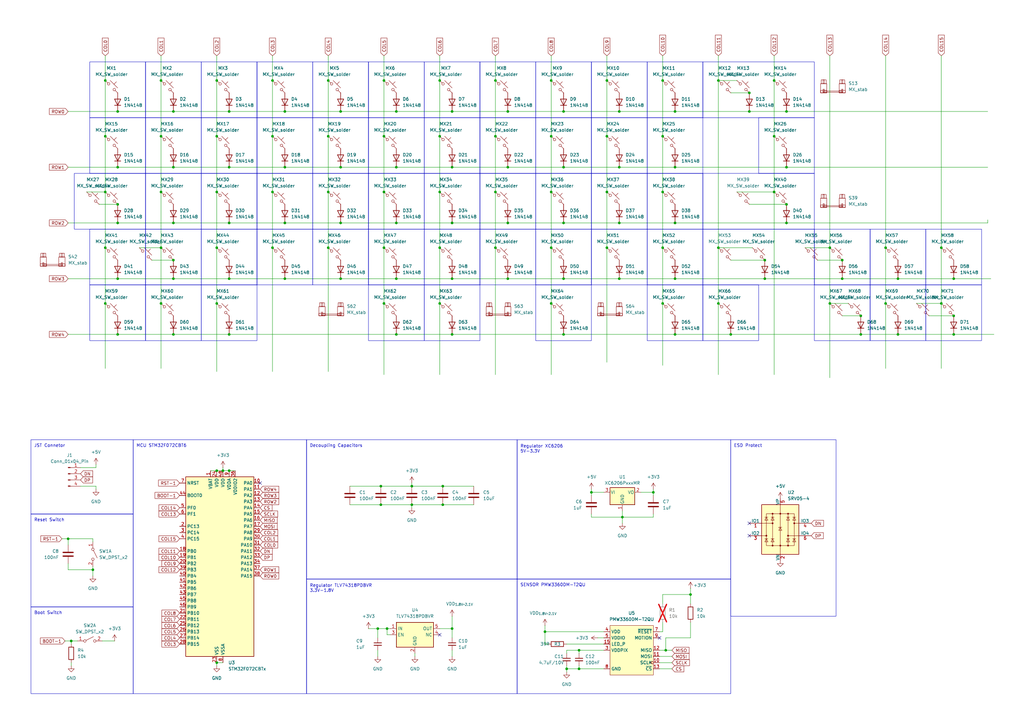
<source format=kicad_sch>
(kicad_sch (version 20231120) (generator "eeschema") (generator_version "8.0")
  (paper "A3")
  (junction (at 66.04 55.88))
  (junction (at 43.18 78.74))
  (junction (at 203.2 33.02))
  (junction (at 363.22 101.6))
  (junction (at 353.06 129.54))
  (junction (at 116.84 68.58))
  (junction (at 116.84 45.72))
  (junction (at 231.14 114.3))
  (junction (at 271.78 78.74))
  (junction (at 162.56 91.44))
  (junction (at 180.34 124.46))
  (junction (at 203.2 101.6))
  (junction (at 231.14 68.58))
  (junction (at 134.62 33.02))
  (junction (at 273.05 266.7))
  (junction (at 157.48 55.88))
  (junction (at 66.04 78.74))
  (junction (at 139.7 45.72))
  (junction (at 162.56 45.72))
  (junction (at 255.27 212.09))
  (junction (at 185.42 137.16))
  (junction (at 156.21 199.39))
  (junction (at 111.76 78.74))
  (junction (at 276.86 68.58))
  (junction (at 267.97 201.93))
  (junction (at 322.58 91.44))
  (junction (at 391.16 129.54))
  (junction (at 48.26 83.82))
  (junction (at 66.04 33.02))
  (junction (at 71.12 114.3))
  (junction (at 91.44 193.04))
  (junction (at 29.21 262.89))
  (junction (at 254 45.72))
  (junction (at 271.78 33.02))
  (junction (at 317.5 33.02))
  (junction (at 134.62 78.74))
  (junction (at 208.28 68.58))
  (junction (at 345.44 106.68))
  (junction (at 111.76 33.02))
  (junction (at 185.42 68.58))
  (junction (at 271.78 124.46))
  (junction (at 283.21 243.84))
  (junction (at 322.58 83.82))
  (junction (at 248.92 101.6))
  (junction (at 134.62 101.6))
  (junction (at 139.7 114.3))
  (junction (at 226.06 124.46))
  (junction (at 299.72 137.16))
  (junction (at 111.76 55.88))
  (junction (at 48.26 91.44))
  (junction (at 276.86 91.44))
  (junction (at 271.78 101.6))
  (junction (at 71.12 137.16))
  (junction (at 156.21 207.01))
  (junction (at 203.2 55.88))
  (junction (at 203.2 78.74))
  (junction (at 307.34 38.1))
  (junction (at 242.57 201.93))
  (junction (at 353.06 137.16))
  (junction (at 254 68.58))
  (junction (at 181.61 207.01))
  (junction (at 116.84 114.3))
  (junction (at 317.5 55.88))
  (junction (at 180.34 78.74))
  (junction (at 162.56 114.3))
  (junction (at 231.14 91.44))
  (junction (at 386.08 124.46))
  (junction (at 208.28 45.72))
  (junction (at 294.64 101.6))
  (junction (at 185.42 91.44))
  (junction (at 180.34 55.88))
  (junction (at 93.98 91.44))
  (junction (at 93.98 45.72))
  (junction (at 232.41 274.32))
  (junction (at 276.86 137.16))
  (junction (at 237.49 266.7))
  (junction (at 48.26 114.3))
  (junction (at 154.94 257.81))
  (junction (at 27.94 220.98))
  (junction (at 157.48 124.46))
  (junction (at 157.48 33.02))
  (junction (at 313.69 114.3))
  (junction (at 294.64 33.02))
  (junction (at 208.28 114.3))
  (junction (at 226.06 55.88))
  (junction (at 231.14 45.72))
  (junction (at 226.06 33.02))
  (junction (at 226.06 101.6))
  (junction (at 307.34 45.72))
  (junction (at 180.34 101.6))
  (junction (at 88.9 124.46))
  (junction (at 88.9 193.04))
  (junction (at 88.9 33.02))
  (junction (at 363.22 124.46))
  (junction (at 271.78 55.88))
  (junction (at 226.06 78.74))
  (junction (at 391.16 137.16))
  (junction (at 111.76 101.6))
  (junction (at 158.75 257.81))
  (junction (at 66.04 101.6))
  (junction (at 134.62 55.88))
  (junction (at 322.58 45.72))
  (junction (at 208.28 91.44))
  (junction (at 139.7 91.44))
  (junction (at 168.91 207.01))
  (junction (at 368.3 137.16))
  (junction (at 181.61 199.39))
  (junction (at 340.36 124.46))
  (junction (at 386.08 101.6))
  (junction (at 294.64 124.46))
  (junction (at 231.14 137.16))
  (junction (at 88.9 101.6))
  (junction (at 345.44 114.3))
  (junction (at 185.42 257.81))
  (junction (at 43.18 101.6))
  (junction (at 71.12 45.72))
  (junction (at 162.56 137.16))
  (junction (at 185.42 114.3))
  (junction (at 116.84 91.44))
  (junction (at 248.92 33.02))
  (junction (at 185.42 45.72))
  (junction (at 237.49 274.32))
  (junction (at 248.92 55.88))
  (junction (at 157.48 78.74))
  (junction (at 88.9 271.78))
  (junction (at 317.5 78.74))
  (junction (at 254 91.44))
  (junction (at 162.56 68.58))
  (junction (at 322.58 68.58))
  (junction (at 71.12 68.58))
  (junction (at 168.91 199.39))
  (junction (at 180.34 33.02))
  (junction (at 38.1 233.68))
  (junction (at 368.3 114.3))
  (junction (at 48.26 45.72))
  (junction (at 48.26 68.58))
  (junction (at 248.92 78.74))
  (junction (at 48.26 137.16))
  (junction (at 43.18 124.46))
  (junction (at 313.69 106.68))
  (junction (at 157.48 101.6))
  (junction (at 66.04 124.46))
  (junction (at 88.9 78.74))
  (junction (at 43.18 55.88))
  (junction (at 93.98 68.58))
  (junction (at 93.98 114.3))
  (junction (at 93.98 193.04))
  (junction (at 71.12 91.44))
  (junction (at 391.16 114.3))
  (junction (at 254 114.3))
  (junction (at 93.98 137.16))
  (junction (at 340.36 101.6))
  (junction (at 223.52 259.08))
  (junction (at 88.9 55.88))
  (junction (at 276.86 45.72))
  (junction (at 139.7 68.58))
  (junction (at 43.18 33.02))
  (junction (at 71.12 106.68))
  (junction (at 276.86 114.3))
  (no_connect (at 307.34 219.71))
  (no_connect (at 307.34 214.63))
  (no_connect (at 270.51 261.62))
  (no_connect (at 106.68 198.12))
  (no_connect (at 180.34 260.35))
  (wire (pts (xy 283.21 243.84) (xy 283.21 247.65)))
  (wire (pts (xy 88.9 271.78) (xy 88.9 273.05)))
  (wire (pts (xy 248.92 33.02) (xy 248.92 55.88)))
  (wire (pts (xy 41.91 262.89) (xy 46.99 262.89)))
  (wire (pts (xy 237.49 274.32) (xy 247.65 274.32)))
  (wire (pts (xy 157.48 22.86) (xy 157.48 33.02)))
  (wire (pts (xy 232.41 273.05) (xy 232.41 274.32)))
  (wire (pts (xy 38.1 220.98) (xy 38.1 222.25)))
  (wire (pts (xy 203.2 101.6) (xy 203.2 153.67)))
  (wire (pts (xy 93.98 68.58) (xy 116.84 68.58)))
  (wire (pts (xy 154.94 257.81) (xy 154.94 261.62)))
  (wire (pts (xy 43.18 55.88) (xy 43.18 78.74)))
  (wire (pts (xy 223.52 264.16) (xy 224.79 264.16)))
  (wire (pts (xy 294.64 101.6) (xy 308.61 101.6)))
  (wire (pts (xy 71.12 68.58) (xy 93.98 68.58)))
  (wire (pts (xy 111.76 22.86) (xy 111.76 33.02)))
  (wire (pts (xy 66.04 101.6) (xy 66.04 124.46)))
  (wire (pts (xy 116.84 114.3) (xy 139.7 114.3)))
  (wire (pts (xy 154.94 257.81) (xy 158.75 257.81)))
  (wire (pts (xy 111.76 78.74) (xy 111.76 101.6)))
  (wire (pts (xy 88.9 271.78) (xy 91.44 271.78)))
  (wire (pts (xy 139.7 45.72) (xy 162.56 45.72)))
  (wire (pts (xy 226.06 33.02) (xy 226.06 55.88)))
  (wire (pts (xy 203.2 55.88) (xy 203.2 78.74)))
  (wire (pts (xy 270.51 266.7) (xy 273.05 266.7)))
  (wire (pts (xy 48.26 45.72) (xy 71.12 45.72)))
  (wire (pts (xy 262.89 201.93) (xy 267.97 201.93)))
  (wire (pts (xy 88.9 33.02) (xy 88.9 55.88)))
  (wire (pts (xy 170.18 269.24) (xy 170.18 267.97)))
  (wire (pts (xy 134.62 78.74) (xy 134.62 101.6)))
  (wire (pts (xy 181.61 199.39) (xy 194.31 199.39)))
  (wire (pts (xy 27.94 91.44) (xy 48.26 91.44)))
  (wire (pts (xy 335.28 106.68) (xy 345.44 106.68)))
  (wire (pts (xy 271.78 255.27) (xy 271.78 259.08)))
  (wire (pts (xy 66.04 78.74) (xy 66.04 101.6)))
  (wire (pts (xy 88.9 101.6) (xy 88.9 124.46)))
  (wire (pts (xy 157.48 124.46) (xy 157.48 153.67)))
  (wire (pts (xy 237.49 273.05) (xy 237.49 274.32)))
  (wire (pts (xy 386.08 124.46) (xy 386.08 151.13)))
  (wire (pts (xy 270.51 269.24) (xy 275.59 269.24)))
  (wire (pts (xy 93.98 137.16) (xy 162.56 137.16)))
  (wire (pts (xy 93.98 193.04) (xy 96.52 193.04)))
  (wire (pts (xy 134.62 33.02) (xy 134.62 55.88)))
  (wire (pts (xy 255.27 212.09) (xy 267.97 212.09)))
  (wire (pts (xy 375.92 124.46) (xy 386.08 124.46)))
  (wire (pts (xy 345.44 114.3) (xy 368.3 114.3)))
  (wire (pts (xy 203.2 22.86) (xy 203.2 33.02)))
  (wire (pts (xy 116.84 91.44) (xy 139.7 91.44)))
  (wire (pts (xy 154.94 266.7) (xy 154.94 269.24)))
  (wire (pts (xy 294.64 101.6) (xy 294.64 124.46)))
  (wire (pts (xy 267.97 210.82) (xy 267.97 212.09)))
  (wire (pts (xy 203.2 78.74) (xy 203.2 101.6)))
  (wire (pts (xy 185.42 68.58) (xy 208.28 68.58)))
  (wire (pts (xy 156.21 207.01) (xy 168.91 207.01)))
  (wire (pts (xy 231.14 91.44) (xy 254 91.44)))
  (wire (pts (xy 248.92 101.6) (xy 248.92 148.59)))
  (wire (pts (xy 223.52 256.54) (xy 223.52 259.08)))
  (wire (pts (xy 226.06 124.46) (xy 226.06 153.67)))
  (wire (pts (xy 245.11 261.62) (xy 247.65 261.62)))
  (wire (pts (xy 226.06 101.6) (xy 226.06 124.46)))
  (wire (pts (xy 340.36 124.46) (xy 347.98 124.46)))
  (wire (pts (xy 226.06 55.88) (xy 226.06 78.74)))
  (wire (pts (xy 299.72 106.68) (xy 313.69 106.68)))
  (wire (pts (xy 62.23 106.68) (xy 71.12 106.68)))
  (wire (pts (xy 185.42 137.16) (xy 231.14 137.16)))
  (wire (pts (xy 231.14 137.16) (xy 276.86 137.16)))
  (wire (pts (xy 276.86 91.44) (xy 322.58 91.44)))
  (wire (pts (xy 162.56 45.72) (xy 185.42 45.72)))
  (wire (pts (xy 162.56 91.44) (xy 185.42 91.44)))
  (wire (pts (xy 363.22 101.6) (xy 363.22 124.46)))
  (wire (pts (xy 271.78 55.88) (xy 271.78 78.74)))
  (wire (pts (xy 276.86 137.16) (xy 299.72 137.16)))
  (wire (pts (xy 203.2 33.02) (xy 203.2 55.88)))
  (wire (pts (xy 158.75 260.35) (xy 160.02 260.35)))
  (wire (pts (xy 254 68.58) (xy 276.86 68.58)))
  (wire (pts (xy 116.84 68.58) (xy 139.7 68.58)))
  (wire (pts (xy 33.02 199.39) (xy 39.37 199.39)))
  (wire (pts (xy 33.02 191.77) (xy 39.37 191.77)))
  (wire (pts (xy 48.26 91.44) (xy 71.12 91.44)))
  (wire (pts (xy 232.41 274.32) (xy 232.41 275.59)))
  (wire (pts (xy 386.08 22.86) (xy 386.08 101.6)))
  (wire (pts (xy 27.94 231.14) (xy 27.94 233.68)))
  (wire (pts (xy 317.5 22.86) (xy 317.5 33.02)))
  (wire (pts (xy 27.94 220.98) (xy 27.94 223.52)))
  (wire (pts (xy 43.18 33.02) (xy 43.18 55.88)))
  (wire (pts (xy 134.62 55.88) (xy 134.62 78.74)))
  (wire (pts (xy 88.9 78.74) (xy 88.9 101.6)))
  (wire (pts (xy 88.9 55.88) (xy 88.9 78.74)))
  (wire (pts (xy 276.86 45.72) (xy 307.34 45.72)))
  (wire (pts (xy 248.92 55.88) (xy 248.92 78.74)))
  (wire (pts (xy 255.27 209.55) (xy 255.27 212.09)))
  (wire (pts (xy 71.12 91.44) (xy 93.98 91.44)))
  (wire (pts (xy 111.76 33.02) (xy 111.76 55.88)))
  (wire (pts (xy 139.7 114.3) (xy 162.56 114.3)))
  (wire (pts (xy 93.98 114.3) (xy 116.84 114.3)))
  (wire (pts (xy 381 129.54) (xy 391.16 129.54)))
  (wire (pts (xy 157.48 55.88) (xy 157.48 78.74)))
  (wire (pts (xy 168.91 198.12) (xy 168.91 199.39)))
  (wire (pts (xy 271.78 243.84) (xy 283.21 243.84)))
  (wire (pts (xy 276.86 68.58) (xy 322.58 68.58)))
  (wire (pts (xy 57.15 101.6) (xy 66.04 101.6)))
  (wire (pts (xy 38.1 233.68) (xy 38.1 232.41)))
  (wire (pts (xy 271.78 124.46) (xy 271.78 149.86)))
  (wire (pts (xy 185.42 114.3) (xy 208.28 114.3)))
  (wire (pts (xy 386.08 101.6) (xy 386.08 124.46)))
  (wire (pts (xy 273.05 261.62) (xy 273.05 266.7)))
  (wire (pts (xy 139.7 91.44) (xy 162.56 91.44)))
  (wire (pts (xy 185.42 45.72) (xy 208.28 45.72)))
  (wire (pts (xy 340.36 124.46) (xy 340.36 154.94)))
  (wire (pts (xy 26.67 262.89) (xy 29.21 262.89)))
  (wire (pts (xy 353.06 137.16) (xy 368.3 137.16)))
  (wire (pts (xy 208.28 68.58) (xy 231.14 68.58)))
  (wire (pts (xy 180.34 33.02) (xy 180.34 55.88)))
  (wire (pts (xy 71.12 137.16) (xy 93.98 137.16)))
  (wire (pts (xy 271.78 33.02) (xy 271.78 55.88)))
  (wire (pts (xy 66.04 124.46) (xy 66.04 151.13)))
  (wire (pts (xy 91.44 191.77) (xy 91.44 193.04)))
  (wire (pts (xy 242.57 210.82) (xy 242.57 212.09)))
  (wire (pts (xy 39.37 190.5) (xy 39.37 191.77)))
  (wire (pts (xy 157.48 101.6) (xy 157.48 124.46)))
  (wire (pts (xy 294.64 22.86) (xy 294.64 33.02)))
  (wire (pts (xy 276.86 114.3) (xy 313.69 114.3)))
  (wire (pts (xy 91.44 193.04) (xy 93.98 193.04)))
  (wire (pts (xy 39.37 199.39) (xy 39.37 200.66)))
  (wire (pts (xy 139.7 68.58) (xy 162.56 68.58)))
  (wire (pts (xy 254 114.3) (xy 276.86 114.3)))
  (wire (pts (xy 43.18 78.74) (xy 43.18 101.6)))
  (wire (pts (xy 254 91.44) (xy 276.86 91.44)))
  (wire (pts (xy 27.94 137.16) (xy 48.26 137.16)))
  (wire (pts (xy 340.36 101.6) (xy 340.36 124.46)))
  (wire (pts (xy 43.18 124.46) (xy 43.18 151.13)))
  (wire (pts (xy 391.16 137.16) (xy 407.67 137.16)))
  (wire (pts (xy 267.97 201.93) (xy 267.97 203.2)))
  (wire (pts (xy 40.64 83.82) (xy 48.26 83.82)))
  (wire (pts (xy 27.94 68.58) (xy 48.26 68.58)))
  (wire (pts (xy 270.51 274.32) (xy 275.59 274.32)))
  (wire (pts (xy 48.26 68.58) (xy 71.12 68.58)))
  (wire (pts (xy 270.51 271.78) (xy 275.59 271.78)))
  (wire (pts (xy 208.28 114.3) (xy 231.14 114.3)))
  (wire (pts (xy 294.64 33.02) (xy 294.64 101.6)))
  (wire (pts (xy 226.06 78.74) (xy 226.06 101.6)))
  (wire (pts (xy 223.52 259.08) (xy 223.52 264.16)))
  (wire (pts (xy 271.78 101.6) (xy 271.78 124.46)))
  (wire (pts (xy 66.04 55.88) (xy 66.04 78.74)))
  (wire (pts (xy 88.9 193.04) (xy 91.44 193.04)))
  (wire (pts (xy 363.22 22.86) (xy 363.22 101.6)))
  (wire (pts (xy 29.21 262.89) (xy 29.21 264.16)))
  (wire (pts (xy 242.57 201.93) (xy 242.57 203.2)))
  (wire (pts (xy 111.76 101.6) (xy 111.76 152.4)))
  (wire (pts (xy 180.34 101.6) (xy 180.34 124.46)))
  (wire (pts (xy 232.41 266.7) (xy 237.49 266.7)))
  (wire (pts (xy 43.18 101.6) (xy 43.18 124.46)))
  (wire (pts (xy 237.49 266.7) (xy 237.49 267.97)))
  (wire (pts (xy 27.94 233.68) (xy 38.1 233.68)))
  (wire (pts (xy 181.61 207.01) (xy 194.31 207.01)))
  (wire (pts (xy 66.04 22.86) (xy 66.04 33.02)))
  (wire (pts (xy 29.21 271.78) (xy 29.21 273.05)))
  (wire (pts (xy 151.13 257.81) (xy 154.94 257.81)))
  (wire (pts (xy 270.51 259.08) (xy 271.78 259.08)))
  (wire (pts (xy 208.28 91.44) (xy 231.14 91.44)))
  (wire (pts (xy 247.65 201.93) (xy 242.57 201.93)))
  (wire (pts (xy 340.36 22.86) (xy 340.36 101.6)))
  (wire (pts (xy 248.92 22.86) (xy 248.92 33.02)))
  (wire (pts (xy 283.21 241.3) (xy 283.21 243.84)))
  (wire (pts (xy 88.9 22.86) (xy 88.9 33.02)))
  (wire (pts (xy 66.04 33.02) (xy 66.04 55.88)))
  (wire (pts (xy 232.41 274.32) (xy 237.49 274.32)))
  (wire (pts (xy 232.41 264.16) (xy 247.65 264.16)))
  (wire (pts (xy 391.16 114.3) (xy 406.4 114.3)))
  (wire (pts (xy 25.4 220.98) (xy 27.94 220.98)))
  (wire (pts (xy 248.92 78.74) (xy 248.92 101.6)))
  (wire (pts (xy 168.91 207.01) (xy 168.91 208.28)))
  (wire (pts (xy 116.84 45.72) (xy 139.7 45.72)))
  (wire (pts (xy 162.56 137.16) (xy 185.42 137.16)))
  (wire (pts (xy 185.42 266.7) (xy 185.42 269.24)))
  (wire (pts (xy 405.13 90.17) (xy 405.13 91.44)))
  (wire (pts (xy 368.3 114.3) (xy 391.16 114.3)))
  (wire (pts (xy 158.75 257.81) (xy 160.02 257.81)))
  (wire (pts (xy 180.34 78.74) (xy 180.34 101.6)))
  (wire (pts (xy 307.34 45.72) (xy 322.58 45.72)))
  (wire (pts (xy 267.97 200.66) (xy 267.97 201.93)))
  (wire (pts (xy 363.22 124.46) (xy 363.22 151.13)))
  (wire (pts (xy 27.94 114.3) (xy 48.26 114.3)))
  (wire (pts (xy 71.12 45.72) (xy 93.98 45.72)))
  (wire (pts (xy 29.21 262.89) (xy 31.75 262.89)))
  (wire (pts (xy 273.05 266.7) (xy 275.59 266.7)))
  (wire (pts (xy 294.64 33.02) (xy 302.26 33.02)))
  (wire (pts (xy 232.41 267.97) (xy 232.41 266.7)))
  (wire (pts (xy 299.72 137.16) (xy 353.06 137.16)))
  (wire (pts (xy 313.69 114.3) (xy 345.44 114.3)))
  (wire (pts (xy 254 45.72) (xy 276.86 45.72)))
  (wire (pts (xy 231.14 68.58) (xy 254 68.58)))
  (wire (pts (xy 180.34 124.46) (xy 180.34 153.67)))
  (wire (pts (xy 48.26 114.3) (xy 71.12 114.3)))
  (wire (pts (xy 345.44 129.54) (xy 353.06 129.54)))
  (wire (pts (xy 88.9 124.46) (xy 88.9 152.4)))
  (wire (pts (xy 330.2 101.6) (xy 340.36 101.6)))
  (wire (pts (xy 322.58 45.72) (xy 405.13 45.72)))
  (wire (pts (xy 111.76 55.88) (xy 111.76 78.74)))
  (wire (pts (xy 134.62 22.86) (xy 134.62 33.02)))
  (wire (pts (xy 35.56 78.74) (xy 43.18 78.74)))
  (wire (pts (xy 71.12 114.3) (xy 93.98 114.3)))
  (wire (pts (xy 208.28 45.72) (xy 231.14 45.72)))
  (wire (pts (xy 143.51 199.39) (xy 156.21 199.39)))
  (wire (pts (xy 27.94 45.72) (xy 48.26 45.72)))
  (wire (pts (xy 317.5 78.74) (xy 317.5 153.67)))
  (wire (pts (xy 48.26 137.16) (xy 71.12 137.16)))
  (wire (pts (xy 168.91 207.01) (xy 181.61 207.01)))
  (wire (pts (xy 368.3 137.16) (xy 391.16 137.16)))
  (wire (pts (xy 255.27 212.09) (xy 255.27 214.63)))
  (wire (pts (xy 43.18 22.86) (xy 43.18 33.02)))
  (wire (pts (xy 180.34 22.86) (xy 180.34 33.02)))
  (wire (pts (xy 322.58 91.44) (xy 405.13 91.44)))
  (wire (pts (xy 271.78 78.74) (xy 271.78 101.6)))
  (wire (pts (xy 226.06 22.86) (xy 226.06 33.02)))
  (wire (pts (xy 317.5 33.02) (xy 317.5 55.88)))
  (wire (pts (xy 271.78 22.86) (xy 271.78 33.02)))
  (wire (pts (xy 143.51 207.01) (xy 156.21 207.01)))
  (wire (pts (xy 231.14 45.72) (xy 254 45.72)))
  (wire (pts (xy 317.5 55.88) (xy 317.5 78.74)))
  (wire (pts (xy 283.21 255.27) (xy 283.21 261.62)))
  (wire (pts (xy 158.75 257.81) (xy 158.75 260.35)))
  (wire (pts (xy 157.48 33.02) (xy 157.48 55.88)))
  (wire (pts (xy 223.52 259.08) (xy 247.65 259.08)))
  (wire (pts (xy 180.34 55.88) (xy 180.34 78.74)))
  (wire (pts (xy 162.56 68.58) (xy 185.42 68.58)))
  (wire (pts (xy 168.91 199.39) (xy 181.61 199.39)))
  (wire (pts (xy 322.58 68.58) (xy 405.13 68.58)))
  (wire (pts (xy 299.72 38.1) (xy 307.34 38.1)))
  (wire (pts (xy 185.42 91.44) (xy 208.28 91.44)))
  (wire (pts (xy 93.98 45.72) (xy 116.84 45.72)))
  (wire (pts (xy 162.56 114.3) (xy 185.42 114.3)))
  (wire (pts (xy 242.57 212.09) (xy 255.27 212.09)))
  (wire (pts (xy 242.57 200.66) (xy 242.57 201.93)))
  (wire (pts (xy 93.98 91.44) (xy 116.84 91.44)))
  (wire (pts (xy 86.36 193.04) (xy 88.9 193.04)))
  (wire (pts (xy 307.34 83.82) (xy 322.58 83.82)))
  (wire (pts (xy 157.48 78.74) (xy 157.48 101.6)))
  (wire (pts (xy 27.94 220.98) (xy 38.1 220.98)))
  (wire (pts (xy 231.14 114.3) (xy 254 114.3)))
  (wire (pts (xy 134.62 101.6) (xy 134.62 152.4)))
  (wire (pts (xy 283.21 261.62) (xy 273.05 261.62)))
  (wire (pts (xy 294.64 124.46) (xy 294.64 153.67)))
  (wire (pts (xy 237.49 266.7) (xy 247.65 266.7)))
  (wire (pts (xy 271.78 247.65) (xy 271.78 243.84)))
  (wire (pts (xy 185.42 257.81) (xy 185.42 261.62)))
  (wire (pts (xy 185.42 252.73) (xy 185.42 257.81)))
  (wire (pts (xy 302.26 78.74) (xy 317.5 78.74)))
  (wire (pts (xy 180.34 257.81) (xy 185.42 257.81)))
  (wire (pts (xy 156.21 199.39) (xy 168.91 199.39)))
  (wire (pts (xy 38.1 233.68) (xy 38.1 236.22)))
  (rectangle (start 212.09 237.49) (end 299.72 284.48))
  (rectangle (start 299.72 180.34) (end 342.9 252.73))
  (rectangle (start 334.01 116.84) (end 356.87 139.7))
  (rectangle (start 151.13 116.84) (end 173.99 139.7))
  (rectangle (start 173.99 71.12) (end 196.85 93.98))
  (rectangle (start 59.69 71.12) (end 82.55 93.98))
  (rectangle (start 242.57 25.4) (end 265.43 48.26))
  (rectangle (start 105.41 25.4) (end 128.27 48.26))
  (rectangle (start 36.83 93.98) (end 59.69 116.84))
  (rectangle (start 311.15 48.26) (end 334.01 71.12))
  (rectangle (start 219.71 48.26) (end 242.57 71.12))
  (rectangle (start 128.27 25.4) (end 151.13 48.26))
  (rectangle (start 173.99 93.98) (end 196.85 116.84))
  (rectangle (start 105.41 93.98) (end 128.27 116.84))
  (rectangle (start 82.55 93.98) (end 105.41 116.84))
  (rectangle (start 265.43 71.12) (end 288.29 93.98))
  (rectangle (start 59.69 116.84) (end 82.55 139.7))
  (rectangle (start 288.29 71.12) (end 334.01 93.98))
  (rectangle (start 173.99 116.84) (end 196.85 139.7))
  (rectangle (start 242.57 48.26) (end 265.43 71.12))
  (rectangle (start 265.43 116.84) (end 288.29 139.7))
  (rectangle (start 82.55 48.26) (end 105.41 71.12))
  (rectangle (start 151.13 93.98) (end 173.99 116.84))
  (rectangle (start 151.13 71.12) (end 173.99 93.98))
  (rectangle (start 288.29 25.4) (end 334.01 48.26))
  (rectangle (start 212.09 180.34) (end 299.72 237.49))
  (rectangle (start 151.13 25.4) (end 173.99 48.26))
  (rectangle (start 82.55 116.84) (end 105.41 139.7))
  (rectangle (start 265.43 93.98) (end 288.29 116.84))
  (rectangle (start 379.73 116.84) (end 402.59 139.7))
  (rectangle (start 128.27 48.26) (end 151.13 71.12))
  (rectangle (start 173.99 25.4) (end 196.85 48.26))
  (rectangle (start 36.83 25.4) (end 59.69 48.26))
  (rectangle (start 196.85 93.98) (end 219.71 116.84))
  (rectangle (start 219.71 116.84) (end 242.57 139.7))
  (rectangle (start 334.01 93.98) (end 356.87 116.84))
  (rectangle (start 105.41 48.26) (end 128.27 71.12))
  (rectangle (start 196.85 71.12) (end 219.71 93.98))
  (rectangle (start 219.71 25.4) (end 242.57 48.26))
  (rectangle (start 128.27 71.12) (end 151.13 93.98))
  (rectangle (start 242.57 71.12) (end 265.43 93.98))
  (rectangle (start 288.29 93.98) (end 334.01 116.84))
  (rectangle (start 151.13 48.26) (end 173.99 71.12))
  (rectangle (start 59.69 93.98) (end 82.55 116.84))
  (rectangle (start 54.61 180.34) (end 125.73 284.48))
  (rectangle (start 356.87 93.98) (end 379.73 116.84))
  (rectangle (start 128.27 93.98) (end 151.13 116.84))
  (rectangle (start 125.73 180.34) (end 212.09 237.49))
  (rectangle (start 173.99 48.26) (end 196.85 71.12))
  (rectangle (start 105.41 71.12) (end 128.27 93.98))
  (rectangle (start 196.85 48.26) (end 219.71 71.12))
  (rectangle (start 219.71 71.12) (end 242.57 93.98))
  (rectangle (start 12.7 248.92) (end 54.61 284.48))
  (rectangle (start 30.48 71.12) (end 59.69 93.98))
  (rectangle (start 219.71 93.98) (end 242.57 116.84))
  (rectangle (start 379.73 93.98) (end 402.59 116.84))
  (rectangle (start 196.85 25.4) (end 219.71 48.26))
  (rectangle (start 242.57 93.98) (end 265.43 116.84))
  (rectangle (start 265.43 48.26) (end 288.29 71.12))
  (rectangle (start 265.43 25.4) (end 288.29 48.26))
  (rectangle (start 82.55 25.4) (end 105.41 48.26))
  (rectangle (start 288.29 116.84) (end 311.15 139.7))
  (rectangle (start 125.73 237.49) (end 212.09 284.48))
  (rectangle (start 36.83 116.84) (end 59.69 139.7))
  (rectangle (start 82.55 71.12) (end 105.41 93.98))
  (rectangle (start 59.69 48.26) (end 82.55 71.12))
  (rectangle (start 12.7 210.82) (end 54.61 248.92))
  (rectangle (start 12.7 180.34) (end 54.61 210.82))
  (rectangle (start 59.69 25.4) (end 82.55 48.26))
  (rectangle (start 356.87 116.84) (end 379.73 139.7))
  (rectangle (start 36.83 48.26) (end 59.69 71.12))
  (text "JST Connetor" (at 13.97 182.88 0) (effects (font (size 1.27 1.27)) (justify left)))
  (text "Regulator TLV74318PDBVR\n3.3V-1.8V\n" (at 127 241.3 0) (effects (font (size 1.27 1.27)) (justify left)))
  (text "Regulator XC6206\n5V-3.3V\n" (at 213.36 184.15 0) (effects (font (size 1.27 1.27)) (justify left)))
  (text "Decoupling Capacitors\n" (at 127 182.88 0) (effects (font (size 1.27 1.27)) (justify left)))
  (text "ESD Protect" (at 300.99 182.88 0) (effects (font (size 1.27 1.27)) (justify left)))
  (text "Reset Switch\n" (at 13.97 213.36 0) (effects (font (size 1.27 1.27)) (justify left)))
  (text "SENSOR PMW3360DM-T2QU" (at 213.36 240.03 0) (effects (font (size 1.27 1.27)) (justify left)))
  (text "MCU STM32F072CBT6" (at 55.88 182.88 0) (effects (font (size 1.27 1.27)) (justify left)))
  (text "Boot Switch\n" (at 13.97 251.46 0) (effects (font (size 1.27 1.27)) (justify left)))
  (global_label "ROW3" (shape input) (at 27.94 114.3 180) (property "Intersheetrefs" "${INTERSHEET_REFS}" (effects (hide yes))))
  (global_label "COL7" (shape input) (at 73.66 254 180) (property "Intersheetrefs" "${INTERSHEET_REFS}" (effects (hide yes))))
  (global_label "ROW1" (shape input) (at 106.68 233.68 0) (property "Intersheetrefs" "${INTERSHEET_REFS}" (effects (hide yes))))
  (global_label "SCLK" (shape input) (at 106.68 210.82 0) (property "Intersheetrefs" "${INTERSHEET_REFS}" (effects (hide yes))))
  (global_label "BOOT-1" (shape input) (at 26.67 262.89 180) (property "Intersheetrefs" "${INTERSHEET_REFS}" (effects (hide yes))))
  (global_label "COL14" (shape input) (at 73.66 208.28 180) (property "Intersheetrefs" "${INTERSHEET_REFS}" (effects (hide yes))))
  (global_label "ROW1" (shape input) (at 27.94 68.58 180) (property "Intersheetrefs" "${INTERSHEET_REFS}" (effects (hide yes))))
  (global_label "MISO" (shape input) (at 106.68 213.36 0) (property "Intersheetrefs" "${INTERSHEET_REFS}" (effects (hide yes))))
  (global_label "COL6" (shape input) (at 180.34 22.86 90) (property "Intersheetrefs" "${INTERSHEET_REFS}" (effects (hide yes))))
  (global_label "COL3" (shape input) (at 111.76 22.86 90) (property "Intersheetrefs" "${INTERSHEET_REFS}" (effects (hide yes))))
  (global_label "COL14" (shape input) (at 363.22 22.86 90) (property "Intersheetrefs" "${INTERSHEET_REFS}" (effects (hide yes))))
  (global_label "ROW3" (shape input) (at 106.68 203.2 0) (property "Intersheetrefs" "${INTERSHEET_REFS}" (effects (hide yes))))
  (global_label "COL1" (shape input) (at 66.04 22.86 90) (property "Intersheetrefs" "${INTERSHEET_REFS}" (effects (hide yes))))
  (global_label "MISO" (shape input) (at 275.59 266.7 0) (property "Intersheetrefs" "${INTERSHEET_REFS}" (effects (hide yes))))
  (global_label "RST-1" (shape input) (at 73.66 198.12 180) (property "Intersheetrefs" "${INTERSHEET_REFS}" (effects (hide yes))))
  (global_label "ROW0" (shape input) (at 27.94 45.72 180) (property "Intersheetrefs" "${INTERSHEET_REFS}" (effects (hide yes))))
  (global_label "COL8" (shape input) (at 226.06 22.86 90) (property "Intersheetrefs" "${INTERSHEET_REFS}" (effects (hide yes))))
  (global_label "BOOT-1" (shape input) (at 73.66 203.2 180) (property "Intersheetrefs" "${INTERSHEET_REFS}" (effects (hide yes))))
  (global_label "COL12" (shape input) (at 317.5 22.86 90) (property "Intersheetrefs" "${INTERSHEET_REFS}" (effects (hide yes))))
  (global_label "COL0" (shape input) (at 106.68 223.52 0) (property "Intersheetrefs" "${INTERSHEET_REFS}" (effects (hide yes))))
  (global_label "COL10" (shape input) (at 73.66 228.6 180) (property "Intersheetrefs" "${INTERSHEET_REFS}" (effects (hide yes))))
  (global_label "COL15" (shape input) (at 73.66 220.98 180) (property "Intersheetrefs" "${INTERSHEET_REFS}" (effects (hide yes))))
  (global_label "COL9" (shape input) (at 248.92 22.86 90) (property "Intersheetrefs" "${INTERSHEET_REFS}" (effects (hide yes))))
  (global_label "COL10" (shape input) (at 271.78 22.86 90) (property "Intersheetrefs" "${INTERSHEET_REFS}" (effects (hide yes))))
  (global_label "COL3" (shape input) (at 73.66 264.16 180) (property "Intersheetrefs" "${INTERSHEET_REFS}" (effects (hide yes))))
  (global_label "MOSI" (shape input) (at 106.68 215.9 0) (property "Intersheetrefs" "${INTERSHEET_REFS}" (effects (hide yes))))
  (global_label "COL6" (shape input) (at 73.66 256.54 180) (property "Intersheetrefs" "${INTERSHEET_REFS}" (effects (hide yes))))
  (global_label "COL9" (shape input) (at 73.66 231.14 180) (property "Intersheetrefs" "${INTERSHEET_REFS}" (effects (hide yes))))
  (global_label "MOSI" (shape input) (at 275.59 269.24 0) (property "Intersheetrefs" "${INTERSHEET_REFS}" (effects (hide yes))))
  (global_label "ROW2" (shape input) (at 27.94 91.44 180) (property "Intersheetrefs" "${INTERSHEET_REFS}" (effects (hide yes))))
  (global_label "DP" (shape input) (at 332.74 219.71 0) (property "Intersheetrefs" "${INTERSHEET_REFS}" (effects (hide yes))))
  (global_label "DP" (shape input) (at 33.02 196.85 0) (property "Intersheetrefs" "${INTERSHEET_REFS}" (effects (hide yes))))
  (global_label "COL13" (shape input) (at 340.36 22.86 90) (property "Intersheetrefs" "${INTERSHEET_REFS}" (effects (hide yes))))
  (global_label "COL2" (shape input) (at 106.68 218.44 0) (property "Intersheetrefs" "${INTERSHEET_REFS}" (effects (hide yes))))
  (global_label "COL11" (shape input) (at 294.64 22.86 90) (property "Intersheetrefs" "${INTERSHEET_REFS}" (effects (hide yes))))
  (global_label "COL11" (shape input) (at 73.66 226.06 180) (property "Intersheetrefs" "${INTERSHEET_REFS}" (effects (hide yes))))
  (global_label "DN" (shape input) (at 33.02 194.31 0) (property "Intersheetrefs" "${INTERSHEET_REFS}" (effects (hide yes))))
  (global_label "COL5" (shape input) (at 73.66 259.08 180) (property "Intersheetrefs" "${INTERSHEET_REFS}" (effects (hide yes))))
  (global_label "COL0" (shape input) (at 43.18 22.86 90) (property "Intersheetrefs" "${INTERSHEET_REFS}" (effects (hide yes))))
  (global_label "COL8" (shape input) (at 73.66 251.46 180) (property "Intersheetrefs" "${INTERSHEET_REFS}" (effects (hide yes))))
  (global_label "DN" (shape input) (at 332.74 214.63 0) (property "Intersheetrefs" "${INTERSHEET_REFS}" (effects (hide yes))))
  (global_label "CS" (shape input) (at 275.59 274.32 0) (property "Intersheetrefs" "${INTERSHEET_REFS}" (effects (hide yes))))
  (global_label "DP" (shape input) (at 106.68 228.6 0) (property "Intersheetrefs" "${INTERSHEET_REFS}" (effects (hide yes))))
  (global_label "COL4" (shape input) (at 134.62 22.86 90) (property "Intersheetrefs" "${INTERSHEET_REFS}" (effects (hide yes))))
  (global_label "ROW4" (shape input) (at 106.68 200.66 0) (property "Intersheetrefs" "${INTERSHEET_REFS}" (effects (hide yes))))
  (global_label "RST-1" (shape input) (at 25.4 220.98 180) (property "Intersheetrefs" "${INTERSHEET_REFS}" (effects (hide yes))))
  (global_label "COL5" (shape input) (at 157.48 22.86 90) (property "Intersheetrefs" "${INTERSHEET_REFS}" (effects (hide yes))))
  (global_label "ROW2" (shape input) (at 106.68 205.74 0) (property "Intersheetrefs" "${INTERSHEET_REFS}" (effects (hide yes))))
  (global_label "COL13" (shape input) (at 73.66 210.82 180) (property "Intersheetrefs" "${INTERSHEET_REFS}" (effects (hide yes))))
  (global_label "COL4" (shape input) (at 73.66 261.62 180) (property "Intersheetrefs" "${INTERSHEET_REFS}" (effects (hide yes))))
  (global_label "COL15" (shape input) (at 386.08 22.86 90) (property "Intersheetrefs" "${INTERSHEET_REFS}" (effects (hide yes))))
  (global_label "COL12" (shape input) (at 73.66 233.68 180) (property "Intersheetrefs" "${INTERSHEET_REFS}" (effects (hide yes))))
  (global_label "COL7" (shape input) (at 203.2 22.86 90) (property "Intersheetrefs" "${INTERSHEET_REFS}" (effects (hide yes))))
  (global_label "ROW0" (shape input) (at 106.68 236.22 0) (property "Intersheetrefs" "${INTERSHEET_REFS}" (effects (hide yes))))
  (global_label "SCLK" (shape input) (at 275.59 271.78 0) (property "Intersheetrefs" "${INTERSHEET_REFS}" (effects (hide yes))))
  (global_label "ROW4" (shape input) (at 27.94 137.16 180) (property "Intersheetrefs" "${INTERSHEET_REFS}" (effects (hide yes))))
  (global_label "CS" (shape input) (at 106.68 208.28 0) (property "Intersheetrefs" "${INTERSHEET_REFS}" (effects (hide yes))))
  (global_label "COL2" (shape input) (at 88.9 22.86 90) (property "Intersheetrefs" "${INTERSHEET_REFS}" (effects (hide yes))))
  (global_label "COL1" (shape input) (at 106.68 220.98 0) (property "Intersheetrefs" "${INTERSHEET_REFS}" (effects (hide yes))))
  (global_label "DN" (shape input) (at 106.68 226.06 0) (property "Intersheetrefs" "${INTERSHEET_REFS}" (effects (hide yes))))
  (symbol (lib_id "PCM_marbastlib-mx:MX_SW_solder") (at 304.8 35.56 0) (unit 1)
    (property "Reference" "MX13" (at 304.8 27.94 0))
    (property "Value" "MX_SW_solder" (at 304.8 30.48 0))
    (property "Footprint" "PCM_marbastlib-mx:SW_MX_1u_tight" (effects (hide yes)))
    (property "Description" "Push button switch, normally open, two pins, 45° tilted" (effects (hide yes)))
  )
  (symbol (lib_id "Device:D") (at 162.56 41.91 90) (unit 1)
    (property "Reference" "D6" (at 165.1 40.6399 90) (effects (justify right)))
    (property "Value" "1N4148" (at 165.1 43.1799 90) (effects (justify right)))
    (property "Footprint" "Diode_SMD:D_SOD-323_HandSoldering" (effects (hide yes)))
    (property "Description" "Diode" (effects (hide yes)))
    (property "Sim.Device" "D" (effects (hide yes)))
    (property "Sim.Pins" "1=K 2=A" (effects (hide yes)))
  )
  (symbol (lib_id "PCM_marbastlib-mx:MX_stab") (at 21.59 106.68 0) (unit 1)
    (property "Reference" "S42" (at 27.94 105.2829 0) (effects (justify left)))
    (property "Value" "MX_stab" (at 27.94 107.8229 0) (effects (justify left)))
    (property "Footprint" "PCM_marbastlib-mx:STAB_MX_2.25u" (effects (hide yes)))
    (property "Description" "Cherry MX-style stabilizer" (effects (hide yes)))
  )
  (symbol (lib_id "PCM_marbastlib-mx:MX_SW_solder") (at 274.32 58.42 0) (unit 1)
    (property "Reference" "MX25" (at 274.32 50.8 0))
    (property "Value" "MX_SW_solder" (at 274.32 53.34 0))
    (property "Footprint" "PCM_marbastlib-mx:SW_MX_1u_tight" (effects (hide yes)))
    (property "Description" "Push button switch, normally open, two pins, 45° tilted" (effects (hide yes)))
  )
  (symbol (lib_id "MCU_ST_STM32F0:STM32F072CBTx") (at 88.9 233.68 0) (unit 1)
    (property "Reference" "U3" (at 93.6341 271.78 0) (effects (justify left)))
    (property "Value" "STM32F072CBTx" (at 93.6341 274.32 0) (effects (justify left)))
    (property "Footprint" "Package_QFP:LQFP-48_7x7mm_P0.5mm" (effects (hide yes)))
    (property "Datasheet" "https://www.st.com/resource/en/datasheet/stm32f072cb.pdf" (effects (hide yes)))
    (property "Description" "STMicroelectronics Arm Cortex-M0 MCU, 128KB flash, 16KB RAM, 48 MHz, 2.0-3.6V, 37 GPIO, LQFP48" (effects (hide yes)))
    (property "MPN" "C81720" (effects (hide yes)))
  )
  (symbol (lib_id "Device:D") (at 162.56 87.63 90) (unit 1)
    (property "Reference" "D33" (at 165.1 86.3599 90) (effects (justify right)))
    (property "Value" "1N4148" (at 165.1 88.8999 90) (effects (justify right)))
    (property "Footprint" "Diode_SMD:D_SOD-323_HandSoldering" (effects (hide yes)))
    (property "Description" "Diode" (effects (hide yes)))
    (property "Sim.Device" "D" (effects (hide yes)))
    (property "Sim.Pins" "1=K 2=A" (effects (hide yes)))
  )
  (symbol (lib_id "Device:D") (at 116.84 87.63 90) (unit 1)
    (property "Reference" "D31" (at 119.38 86.3599 90) (effects (justify right)))
    (property "Value" "1N4148" (at 119.38 88.8999 90) (effects (justify right)))
    (property "Footprint" "Diode_SMD:D_SOD-323_HandSoldering" (effects (hide yes)))
    (property "Description" "Diode" (effects (hide yes)))
    (property "Sim.Device" "D" (effects (hide yes)))
    (property "Sim.Pins" "1=K 2=A" (effects (hide yes)))
  )
  (symbol (lib_id "PCM_marbastlib-mx:MX_SW_solder") (at 160.02 81.28 0) (unit 1)
    (property "Reference" "MX33" (at 160.02 73.66 0))
    (property "Value" "MX_SW_solder" (at 160.02 76.2 0))
    (property "Footprint" "PCM_marbastlib-mx:SW_MX_1u_tight" (effects (hide yes)))
    (property "Description" "Push button switch, normally open, two pins, 45° tilted" (effects (hide yes)))
  )
  (symbol (lib_id "power:VDD") (at 185.42 252.73 0) (unit 1)
    (property "Reference" "#PWR013" (effects (hide yes)))
    (property "Value" "VDD_{1.8V~2.1V}" (at 182.88 247.65 0) (effects (justify left)))
    (property "Description" "Power symbol creates a global label with name \"VDD\"" (effects (hide yes)))
  )
  (symbol (lib_id "Device:D") (at 391.16 133.35 90) (unit 1)
    (property "Reference" "D71" (at 393.7 132.0799 90) (effects (justify right)))
    (property "Value" "1N4148" (at 393.7 134.6199 90) (effects (justify right)))
    (property "Footprint" "Diode_SMD:D_SOD-323_HandSoldering" (effects (hide yes)))
    (property "Description" "Diode" (effects (hide yes)))
    (property "Sim.Device" "D" (effects (hide yes)))
    (property "Sim.Pins" "1=K 2=A" (effects (hide yes)))
  )
  (symbol (lib_id "PCM_marbastlib-mx:MX_SW_solder") (at 205.74 104.14 0) (unit 1)
    (property "Reference" "MX49" (at 205.74 96.52 0))
    (property "Value" "MX_SW_solder" (at 205.74 99.06 0))
    (property "Footprint" "PCM_marbastlib-mx:SW_MX_1u_tight" (effects (hide yes)))
    (property "Description" "Push button switch, normally open, two pins, 45° tilted" (effects (hide yes)))
  )
  (symbol (lib_id "PCM_marbastlib-mx:MX_SW_solder") (at 68.58 58.42 0) (unit 1)
    (property "Reference" "MX16" (at 68.58 50.8 0))
    (property "Value" "MX_SW_solder" (at 68.58 53.34 0))
    (property "Footprint" "PCM_marbastlib-mx:SW_MX_1u_tight" (effects (hide yes)))
    (property "Description" "Push button switch, normally open, two pins, 45° tilted" (effects (hide yes)))
  )
  (symbol (lib_id "Device:D") (at 71.12 64.77 90) (unit 1)
    (property "Reference" "D16" (at 73.66 63.4999 90) (effects (justify right)))
    (property "Value" "1N4148" (at 73.66 66.0399 90) (effects (justify right)))
    (property "Footprint" "Diode_SMD:D_SOD-323_HandSoldering" (effects (hide yes)))
    (property "Description" "Diode" (effects (hide yes)))
    (property "Sim.Device" "D" (effects (hide yes)))
    (property "Sim.Pins" "1=K 2=A" (effects (hide yes)))
  )
  (symbol (lib_id "Device:D") (at 162.56 64.77 90) (unit 1)
    (property "Reference" "D20" (at 165.1 63.4999 90) (effects (justify right)))
    (property "Value" "1N4148" (at 165.1 66.0399 90) (effects (justify right)))
    (property "Footprint" "Diode_SMD:D_SOD-323_HandSoldering" (effects (hide yes)))
    (property "Description" "Diode" (effects (hide yes)))
    (property "Sim.Device" "D" (effects (hide yes)))
    (property "Sim.Pins" "1=K 2=A" (effects (hide yes)))
  )
  (symbol (lib_id "PCM_marbastlib-mx:MX_SW_solder") (at 91.44 127 0) (unit 1)
    (property "Reference" "MX61" (at 91.44 119.38 0))
    (property "Value" "MX_SW_solder" (at 91.44 121.92 0))
    (property "Footprint" "PCM_marbastlib-mx:SW_MX_1.5u_tight" (effects (hide yes)))
    (property "Description" "Push button switch, normally open, two pins, 45° tilted" (effects (hide yes)))
  )
  (symbol (lib_id "PCM_marbastlib-mx:MX_SW_solder") (at 320.04 58.42 0) (unit 1)
    (property "Reference" "MX26" (at 320.04 50.8 0))
    (property "Value" "MX_SW_solder" (at 320.04 53.34 0))
    (property "Footprint" "PCM_marbastlib-mx:SW_MX_1.5u_tight" (effects (hide yes)))
    (property "Description" "Push button switch, normally open, two pins, 45° tilted" (effects (hide yes)))
  )
  (symbol (lib_id "PCM_marbastlib-mx:MX_SW_solder") (at 91.44 81.28 0) (unit 1)
    (property "Reference" "MX30" (at 91.44 73.66 0))
    (property "Value" "MX_SW_solder" (at 91.44 76.2 0))
    (property "Footprint" "PCM_marbastlib-mx:SW_MX_1u_tight" (effects (hide yes)))
    (property "Description" "Push button switch, normally open, two pins, 45° tilted" (effects (hide yes)))
  )
  (symbol (lib_id "Device:D") (at 208.28 41.91 90) (unit 1)
    (property "Reference" "D8" (at 210.82 40.6399 90) (effects (justify right)))
    (property "Value" "1N4148" (at 210.82 43.1799 90) (effects (justify right)))
    (property "Footprint" "Diode_SMD:D_SOD-323_HandSoldering" (effects (hide yes)))
    (property "Description" "Diode" (effects (hide yes)))
    (property "Sim.Device" "D" (effects (hide yes)))
    (property "Sim.Pins" "1=K 2=A" (effects (hide yes)))
  )
  (symbol (lib_id "power:GND") (at 39.37 200.66 0) (unit 1)
    (property "Reference" "#PWR04" (effects (hide yes)))
    (property "Value" "GND" (at 39.37 205.74 0))
    (property "Description" "Power symbol creates a global label with name \"GND\" , ground" (effects (hide yes)))
  )
  (symbol (lib_id "Regulator_Linear:XC6206PxxxMR") (at 255.27 201.93 0) (unit 1)
    (property "Reference" "U1" (at 255.27 195.58 0))
    (property "Value" "XC6206PxxxMR" (at 255.27 198.12 0))
    (property "Footprint" "Package_TO_SOT_SMD:SOT-23-3" (effects (hide yes)))
    (property "Datasheet" "https://www.torexsemi.com/file/xc6206/XC6206.pdf" (effects (hide yes)))
    (property "Description" "Positive 60-250mA Low Dropout Regulator, Fixed Output, SOT-23" (effects (hide yes)))
    (property "MPN" "C5148692" (effects (hide yes)))
  )
  (symbol (lib_id "Device:D") (at 231.14 133.35 90) (unit 1)
    (property "Reference" "D64" (at 233.68 132.0799 90) (effects (justify right)))
    (property "Value" "1N4148" (at 233.68 134.6199 90) (effects (justify right)))
    (property "Footprint" "Diode_SMD:D_SOD-323_HandSoldering" (effects (hide yes)))
    (property "Description" "Diode" (effects (hide yes)))
    (property "Sim.Device" "D" (effects (hide yes)))
    (property "Sim.Pins" "1=K 2=A" (effects (hide yes)))
  )
  (symbol (lib_id "PCM_marbastlib-mx:MX_SW_solder") (at 137.16 35.56 0) (unit 1)
    (property "Reference" "MX5" (at 137.16 27.94 0))
    (property "Value" "MX_SW_solder" (at 137.16 30.48 0))
    (property "Footprint" "PCM_marbastlib-mx:SW_MX_1u_tight" (effects (hide yes)))
    (property "Description" "Push button switch, normally open, two pins, 45° tilted" (effects (hide yes)))
  )
  (symbol (lib_id "PCM_marbastlib-mx:MX_SW_solder") (at 297.18 127 0) (unit 1)
    (property "Reference" "MX66" (at 297.18 119.38 0))
    (property "Value" "MX_SW_solder" (at 297.18 121.92 0))
    (property "Footprint" "PCM_marbastlib-mx:SW_MX_1u_tight" (effects (hide yes)))
    (property "Description" "Push button switch, normally open, two pins, 45° tilted" (effects (hide yes)))
  )
  (symbol (lib_id "Device:R") (at 271.78 251.46 0) (unit 1) (dnp yes)
    (property "Reference" "R1" (at 274.32 250.19 0) (effects (justify left)))
    (property "Value" "10k" (at 274.32 252.73 0) (effects (justify left)))
    (property "Footprint" "Resistor_SMD:R_0805_2012Metric_Pad1.20x1.40mm_HandSolder" (effects (hide yes)))
    (property "Description" "Resistor" (effects (hide yes)))
  )
  (symbol (lib_id "Device:D") (at 322.58 87.63 90) (unit 1)
    (property "Reference" "D40" (at 325.12 86.3599 90) (effects (justify right)))
    (property "Value" "1N4148" (at 325.12 88.8999 90) (effects (justify right)))
    (property "Footprint" "Diode_SMD:D_SOD-323_HandSoldering" (effects (hide yes)))
    (property "Description" "Diode" (effects (hide yes)))
    (property "Sim.Device" "D" (effects (hide yes)))
    (property "Sim.Pins" "1=K 2=A" (effects (hide yes)))
  )
  (symbol (lib_id "Device:C_Small") (at 232.41 270.51 0) (unit 1)
    (property "Reference" "C11" (at 227.33 269.24 0) (effects (justify left)))
    (property "Value" "4.7uF/10V" (at 220.98 271.78 0) (effects (justify left)))
    (property "Footprint" "Capacitor_SMD:C_0402_1005Metric" (effects (hide yes)))
    (property "Description" "Unpolarized capacitor, small symbol" (effects (hide yes)))
  )
  (symbol (lib_id "PCM_marbastlib-mx:MX_SW_solder") (at 114.3 81.28 0) (unit 1)
    (property "Reference" "MX31" (at 114.3 73.66 0))
    (property "Value" "MX_SW_solder" (at 114.3 76.2 0))
    (property "Footprint" "PCM_marbastlib-mx:SW_MX_1u_tight" (effects (hide yes)))
    (property "Description" "Push button switch, normally open, two pins, 45° tilted" (effects (hide yes)))
  )
  (symbol (lib_id "Device:D") (at 93.98 41.91 90) (unit 1)
    (property "Reference" "D3" (at 96.52 40.6399 90) (effects (justify right)))
    (property "Value" "1N4148" (at 96.52 43.1799 90) (effects (justify right)))
    (property "Footprint" "Diode_SMD:D_SOD-323_HandSoldering" (effects (hide yes)))
    (property "Description" "Diode" (effects (hide yes)))
    (property "Sim.Device" "D" (effects (hide yes)))
    (property "Sim.Pins" "1=K 2=A" (effects (hide yes)))
  )
  (symbol (lib_id "PCM_marbastlib-mx:MX_stab") (at 341.63 35.56 0) (unit 1)
    (property "Reference" "S13" (at 347.98 34.1629 0) (effects (justify left)))
    (property "Value" "MX_stab" (at 347.98 36.7029 0) (effects (justify left)))
    (property "Footprint" "PCM_marbastlib-mx:STAB_MX_2u" (effects (hide yes)))
    (property "Description" "Cherry MX-style stabilizer" (effects (hide yes)))
  )
  (symbol (lib_id "PCM_marbastlib-mx:MX_SW_solder") (at 388.62 127 0) (unit 1)
    (property "Reference" "MX71" (at 388.62 119.38 0))
    (property "Value" "MX_SW_solder" (at 388.62 121.92 0))
    (property "Footprint" "PCM_marbastlib-mx:SW_MX_1u_tight" (effects (hide yes)))
    (property "Description" "Push button switch, normally open, two pins, 45° tilted" (effects (hide yes)))
  )
  (symbol (lib_id "Device:D") (at 299.72 133.35 90) (unit 1)
    (property "Reference" "D66" (at 302.26 132.0799 90) (effects (justify right)))
    (property "Value" "1N4148" (at 302.26 134.6199 90) (effects (justify right)))
    (property "Footprint" "Diode_SMD:D_SOD-323_HandSoldering" (effects (hide yes)))
    (property "Description" "Diode" (effects (hide yes)))
    (property "Sim.Device" "D" (effects (hide yes)))
    (property "Sim.Pins" "1=K 2=A" (effects (hide yes)))
  )
  (symbol (lib_id "power:+3V3") (at 46.99 262.89 0) (unit 1)
    (property "Reference" "#PWR017" (effects (hide yes)))
    (property "Value" "+3V3" (at 46.99 257.81 0))
    (property "Description" "Power symbol creates a global label with name \"+3V3\"" (effects (hide yes)))
  )
  (symbol (lib_id "Device:D") (at 254 41.91 90) (unit 1)
    (property "Reference" "D10" (at 256.54 40.6399 90) (effects (justify right)))
    (property "Value" "1N4148" (at 256.54 43.1799 90) (effects (justify right)))
    (property "Footprint" "Diode_SMD:D_SOD-323_HandSoldering" (effects (hide yes)))
    (property "Description" "Diode" (effects (hide yes)))
    (property "Sim.Device" "D" (effects (hide yes)))
    (property "Sim.Pins" "1=K 2=A" (effects (hide yes)))
  )
  (symbol (lib_id "power:+3V3") (at 168.91 198.12 0) (unit 1)
    (property "Reference" "#PWR03" (effects (hide yes)))
    (property "Value" "+3V3" (at 168.91 193.04 0))
    (property "Description" "Power symbol creates a global label with name \"+3V3\"" (effects (hide yes)))
  )
  (symbol (lib_id "Switch:SW_DPST_x2") (at 36.83 262.89 0) (unit 1)
    (property "Reference" "SW2" (at 36.83 256.54 0))
    (property "Value" "SW_DPST_x2" (at 36.83 259.08 0))
    (property "Footprint" "Button_Switch_SMD:SW_Push_1P1T_XKB_TS-1187A" (effects (hide yes)))
    (property "Description" "Single Pole Single Throw (SPST) switch, separate symbol" (effects (hide yes)))
    (property "MPN" "C318884" (effects (hide yes)))
  )
  (symbol (lib_id "Device:D") (at 93.98 64.77 90) (unit 1)
    (property "Reference" "D17" (at 96.52 63.4999 90) (effects (justify right)))
    (property "Value" "1N4148" (at 96.52 66.0399 90) (effects (justify right)))
    (property "Footprint" "Diode_SMD:D_SOD-323_HandSoldering" (effects (hide yes)))
    (property "Description" "Diode" (effects (hide yes)))
    (property "Sim.Device" "D" (effects (hide yes)))
    (property "Sim.Pins" "1=K 2=A" (effects (hide yes)))
  )
  (symbol (lib_id "power:+3V3") (at 283.21 241.3 0) (unit 1)
    (property "Reference" "#PWR012" (effects (hide yes)))
    (property "Value" "+3V3" (at 287.02 240.03 0))
    (property "Description" "Power symbol creates a global label with name \"+3V3\"" (effects (hide yes)))
  )
  (symbol (lib_id "Device:D") (at 307.34 41.91 90) (unit 1)
    (property "Reference" "D13" (at 309.88 40.6399 90) (effects (justify right)))
    (property "Value" "1N4148" (at 309.88 43.1799 90) (effects (justify right)))
    (property "Footprint" "Diode_SMD:D_SOD-323_HandSoldering" (effects (hide yes)))
    (property "Description" "Diode" (effects (hide yes)))
    (property "Sim.Device" "D" (effects (hide yes)))
    (property "Sim.Pins" "1=K 2=A" (effects (hide yes)))
  )
  (symbol (lib_id "PCM_marbastlib-mx:MX_SW_solder") (at 297.18 35.56 0) (unit 1)
    (property "Reference" "MX12" (at 297.18 27.94 0))
    (property "Value" "MX_SW_solder" (at 297.18 30.48 0))
    (property "Footprint" "PCM_marbastlib-mx:SW_MX_1u_tight" (effects (hide yes)))
    (property "Description" "Push button switch, normally open, two pins, 45° tilted" (effects (hide yes)))
  )
  (symbol (lib_id "PCM_marbastlib-mx:MX_SW_solder") (at 137.16 104.14 0) (unit 1)
    (property "Reference" "MX46" (at 137.16 96.52 0))
    (property "Value" "MX_SW_solder" (at 137.16 99.06 0))
    (property "Footprint" "PCM_marbastlib-mx:SW_MX_1u_tight" (effects (hide yes)))
    (property "Description" "Push button switch, normally open, two pins, 45° tilted" (effects (hide yes)))
  )
  (symbol (lib_id "Device:D") (at 71.12 87.63 90) (unit 1)
    (property "Reference" "D29" (at 73.66 86.3599 90) (effects (justify right)))
    (property "Value" "1N4148" (at 73.66 88.8999 90) (effects (justify right)))
    (property "Footprint" "Diode_SMD:D_SOD-323_HandSoldering" (effects (hide yes)))
    (property "Description" "Diode" (effects (hide yes)))
    (property "Sim.Device" "D" (effects (hide yes)))
    (property "Sim.Pins" "1=K 2=A" (effects (hide yes)))
  )
  (symbol (lib_id "PCM_marbastlib-mx:MX_SW_solder") (at 68.58 35.56 0) (unit 1)
    (property "Reference" "MX2" (at 68.58 27.94 0))
    (property "Value" "MX_SW_solder" (at 68.58 30.48 0))
    (property "Footprint" "PCM_marbastlib-mx:SW_MX_1u_tight" (effects (hide yes)))
    (property "Description" "Push button switch, normally open, two pins, 45° tilted" (effects (hide yes)))
  )
  (symbol (lib_id "Device:C") (at 242.57 207.01 0) (mirror y) (unit 1)
    (property "Reference" "C6" (at 238.76 205.7399 0) (effects (justify left)))
    (property "Value" "1uF" (at 238.76 208.2799 0) (effects (justify left)))
    (property "Footprint" "Capacitor_SMD:C_0402_1005Metric" (effects (hide yes)))
    (property "Description" "Unpolarized capacitor" (effects (hide yes)))
  )
  (symbol (lib_id "Device:D") (at 48.26 110.49 90) (unit 1)
    (property "Reference" "D41" (at 50.8 109.2199 90) (effects (justify right)))
    (property "Value" "1N4148" (at 50.8 111.7599 90) (effects (justify right)))
    (property "Footprint" "Diode_SMD:D_SOD-323_HandSoldering" (effects (hide yes)))
    (property "Description" "Diode" (effects (hide yes)))
    (property "Sim.Device" "D" (effects (hide yes)))
    (property "Sim.Pins" "1=K 2=A" (effects (hide yes)))
  )
  (symbol (lib_id "power:+5V") (at 39.37 190.5 0) (unit 1)
    (property "Reference" "#PWR01" (effects (hide yes)))
    (property "Value" "+5V" (at 39.37 185.42 0))
    (property "Description" "Power symbol creates a global label with name \"+5V\"" (effects (hide yes)))
  )
  (symbol (lib_id "Device:C_Small") (at 185.42 264.16 0) (unit 1)
    (property "Reference" "C10" (at 187.96 262.8962 0) (effects (justify left)))
    (property "Value" "1uF" (at 187.96 265.4362 0) (effects (justify left)))
    (property "Footprint" "Capacitor_SMD:C_0402_1005Metric" (effects (hide yes)))
    (property "Description" "Unpolarized capacitor, small symbol" (effects (hide yes)))
  )
  (symbol (lib_id "Device:D") (at 48.26 64.77 90) (unit 1)
    (property "Reference" "D15" (at 50.8 63.4999 90) (effects (justify right)))
    (property "Value" "1N4148" (at 50.8 66.0399 90) (effects (justify right)))
    (property "Footprint" "Diode_SMD:D_SOD-323_HandSoldering" (effects (hide yes)))
    (property "Description" "Diode" (effects (hide yes)))
    (property "Sim.Device" "D" (effects (hide yes)))
    (property "Sim.Pins" "1=K 2=A" (effects (hide yes)))
  )
  (symbol (lib_id "Device:D") (at 139.7 64.77 90) (unit 1)
    (property "Reference" "D19" (at 142.24 63.4999 90) (effects (justify right)))
    (property "Value" "1N4148" (at 142.24 66.0399 90) (effects (justify right)))
    (property "Footprint" "Diode_SMD:D_SOD-323_HandSoldering" (effects (hide yes)))
    (property "Description" "Diode" (effects (hide yes)))
    (property "Sim.Device" "D" (effects (hide yes)))
    (property "Sim.Pins" "1=K 2=A" (effects (hide yes)))
  )
  (symbol (lib_id "PCM_marbastlib-mx:MX_SW_solder") (at 114.3 35.56 0) (unit 1)
    (property "Reference" "MX4" (at 114.3 27.94 0))
    (property "Value" "MX_SW_solder" (at 114.3 30.48 0))
    (property "Footprint" "PCM_marbastlib-mx:SW_MX_1u_tight" (effects (hide yes)))
    (property "Description" "Push button switch, normally open, two pins, 45° tilted" (effects (hide yes)))
  )
  (symbol (lib_id "PCM_marbastlib-mx:MX_SW_solder") (at 228.6 35.56 0) (unit 1)
    (property "Reference" "MX9" (at 228.6 27.94 0))
    (property "Value" "MX_SW_solder" (at 228.6 30.48 0))
    (property "Footprint" "PCM_marbastlib-mx:SW_MX_1u_tight" (effects (hide yes)))
    (property "Description" "Push button switch, normally open, two pins, 45° tilted" (effects (hide yes)))
  )
  (symbol (lib_id "PCM_marbastlib-mx:MX_SW_solder") (at 59.69 104.14 0) (unit 1)
    (property "Reference" "MX42" (at 59.69 96.52 0))
    (property "Value" "MX_SW_solder" (at 59.69 99.06 0))
    (property "Footprint" "PCM_marbastlib-mx:SW_MX_1u_tight" (effects (hide yes)))
    (property "Description" "Push button switch, normally open, two pins, 45° tilted" (effects (hide yes)))
  )
  (symbol (lib_id "power:GND") (at 232.41 275.59 0) (unit 1)
    (property "Reference" "#PWR023" (effects (hide yes)))
    (property "Value" "GND" (at 232.41 280.67 0))
    (property "Description" "Power symbol creates a global label with name \"GND\" , ground" (effects (hide yes)))
  )
  (symbol (lib_id "Device:D") (at 116.84 64.77 90) (unit 1)
    (property "Reference" "D18" (at 119.38 63.4999 90) (effects (justify right)))
    (property "Value" "1N4148" (at 119.38 66.0399 90) (effects (justify right)))
    (property "Footprint" "Diode_SMD:D_SOD-323_HandSoldering" (effects (hide yes)))
    (property "Description" "Diode" (effects (hide yes)))
    (property "Sim.Device" "D" (effects (hide yes)))
    (property "Sim.Pins" "1=K 2=A" (effects (hide yes)))
  )
  (symbol (lib_id "Device:D") (at 116.84 41.91 90) (unit 1)
    (property "Reference" "D4" (at 119.38 40.6399 90) (effects (justify right)))
    (property "Value" "1N4148" (at 119.38 43.1799 90) (effects (justify right)))
    (property "Footprint" "Diode_SMD:D_SOD-323_HandSoldering" (effects (hide yes)))
    (property "Description" "Diode" (effects (hide yes)))
    (property "Sim.Device" "D" (effects (hide yes)))
    (property "Sim.Pins" "1=K 2=A" (effects (hide yes)))
  )
  (symbol (lib_id "Device:D") (at 93.98 133.35 90) (unit 1)
    (property "Reference" "D61" (at 96.52 132.0799 90) (effects (justify right)))
    (property "Value" "1N4148" (at 96.52 134.6199 90) (effects (justify right)))
    (property "Footprint" "Diode_SMD:D_SOD-323_HandSoldering" (effects (hide yes)))
    (property "Description" "Diode" (effects (hide yes)))
    (property "Sim.Device" "D" (effects (hide yes)))
    (property "Sim.Pins" "1=K 2=A" (effects (hide yes)))
  )
  (symbol (lib_id "PCM_marbastlib-mx:MX_SW_solder") (at 137.16 58.42 0) (unit 1)
    (property "Reference" "MX19" (at 137.16 50.8 0))
    (property "Value" "MX_SW_solder" (at 137.16 53.34 0))
    (property "Footprint" "PCM_marbastlib-mx:SW_MX_1u_tight" (effects (hide yes)))
    (property "Description" "Push button switch, normally open, two pins, 45° tilted" (effects (hide yes)))
  )
  (symbol (lib_id "PCM_marbastlib-mx:MX_SW_solder") (at 274.32 81.28 0) (unit 1)
    (property "Reference" "MX38" (at 274.32 73.66 0))
    (property "Value" "MX_SW_solder" (at 274.32 76.2 0))
    (property "Footprint" "PCM_marbastlib-mx:SW_MX_1u_tight" (effects (hide yes)))
    (property "Description" "Push button switch, normally open, two pins, 45° tilted" (effects (hide yes)))
  )
  (symbol (lib_id "PCM_marbastlib-mx:MX_SW_solder") (at 160.02 35.56 0) (unit 1)
    (property "Reference" "MX6" (at 160.02 27.94 0))
    (property "Value" "MX_SW_solder" (at 160.02 30.48 0))
    (property "Footprint" "PCM_marbastlib-mx:SW_MX_1u_tight" (effects (hide yes)))
    (property "Description" "Push button switch, normally open, two pins, 45° tilted" (effects (hide yes)))
  )
  (symbol (lib_id "Device:D") (at 48.26 87.63 90) (unit 1)
    (property "Reference" "D28" (at 50.8 86.3599 90) (effects (justify right)))
    (property "Value" "1N4148" (at 50.8 88.8999 90) (effects (justify right)))
    (property "Footprint" "Diode_SMD:D_SOD-323_HandSoldering" (effects (hide yes)))
    (property "Description" "Diode" (effects (hide yes)))
    (property "Sim.Device" "D" (effects (hide yes)))
    (property "Sim.Pins" "1=K 2=A" (effects (hide yes)))
  )
  (symbol (lib_id "PCM_marbastlib-mx:MX_SW_solder") (at 45.72 127 0) (unit 1)
    (property "Reference" "MX59" (at 45.72 119.38 0))
    (property "Value" "MX_SW_solder" (at 45.72 121.92 0))
    (property "Footprint" "PCM_marbastlib-mx:SW_MX_1.5u_tight" (effects (hide yes)))
    (property "Description" "Push button switch, normally open, two pins, 45° tilted" (effects (hide yes)))
  )
  (symbol (lib_id "PCM_marbastlib-mx:MX_SW_solder") (at 68.58 104.14 0) (unit 1)
    (property "Reference" "MX43" (at 68.58 96.52 0))
    (property "Value" "MX_SW_solder" (at 68.58 99.06 0))
    (property "Footprint" "PCM_marbastlib-mx:SW_MX_1.25u_tight" (effects (hide yes)))
    (property "Description" "Push button switch, normally open, two pins, 45° tilted" (effects (hide yes)))
  )
  (symbol (lib_id "Device:D") (at 162.56 133.35 90) (unit 1)
    (property "Reference" "D62" (at 165.1 132.0799 90) (effects (justify right)))
    (property "Value" "1N4148" (at 165.1 134.6199 90) (effects (justify right)))
    (property "Footprint" "Diode_SMD:D_SOD-323_HandSoldering" (effects (hide yes)))
    (property "Description" "Diode" (effects (hide yes)))
    (property "Sim.Device" "D" (effects (hide yes)))
    (property "Sim.Pins" "1=K 2=A" (effects (hide yes)))
  )
  (symbol (lib_id "Device:R") (at 228.6 264.16 270) (unit 1)
    (property "Reference" "R3" (at 228.6 264.16 90))
    (property "Value" "39R" (at 223.52 264.16 90))
    (property "Footprint" "Resistor_SMD:R_0402_1005Metric" (effects (hide yes)))
    (property "Description" "Resistor" (effects (hide yes)))
  )
  (symbol (lib_id "PCM_marbastlib-mx:MX_SW_solder") (at 274.32 127 0) (unit 1)
    (property "Reference" "MX65" (at 274.32 119.38 0))
    (property "Value" "MX_SW_solder" (at 274.32 121.92 0))
    (property "Footprint" "PCM_marbastlib-mx:SW_MX_1.5u_tight" (effects (hide yes)))
    (property "Description" "Push button switch, normally open, two pins, 45° tilted" (effects (hide yes)))
  )
  (symbol (lib_id "power:+5V") (at 242.57 200.66 0) (unit 1)
    (property "Reference" "#PWR05" (effects (hide yes)))
    (property "Value" "+5V" (at 242.57 195.58 0))
    (property "Description" "Power symbol creates a global label with name \"+5V\"" (effects (hide yes)))
  )
  (symbol (lib_id "Device:D") (at 185.42 64.77 90) (unit 1)
    (property "Reference" "D21" (at 187.96 63.4999 90) (effects (justify right)))
    (property "Value" "1N4148" (at 187.96 66.0399 90) (effects (justify right)))
    (property "Footprint" "Diode_SMD:D_SOD-323_HandSoldering" (effects (hide yes)))
    (property "Description" "Diode" (effects (hide yes)))
    (property "Sim.Device" "D" (effects (hide yes)))
    (property "Sim.Pins" "1=K 2=A" (effects (hide yes)))
  )
  (symbol (lib_id "Device:D") (at 208.28 110.49 90) (unit 1)
    (property "Reference" "D49" (at 210.82 109.2199 90) (effects (justify right)))
    (property "Value" "1N4148" (at 210.82 111.7599 90) (effects (justify right)))
    (property "Footprint" "Diode_SMD:D_SOD-323_HandSoldering" (effects (hide yes)))
    (property "Description" "Diode" (effects (hide yes)))
    (property "Sim.Device" "D" (effects (hide yes)))
    (property "Sim.Pins" "1=K 2=A" (effects (hide yes)))
  )
  (symbol (lib_id "PCM_marbastlib-mx:MX_SW_solder") (at 182.88 104.14 0) (unit 1)
    (property "Reference" "MX48" (at 182.88 96.52 0))
    (property "Value" "MX_SW_solder" (at 182.88 99.06 0))
    (property "Footprint" "PCM_marbastlib-mx:SW_MX_1u_tight" (effects (hide yes)))
    (property "Description" "Push button switch, normally open, two pins, 45° tilted" (effects (hide yes)))
  )
  (symbol (lib_id "PCM_marbastlib-mx:MX_SW_solder") (at 182.88 127 0) (unit 1)
    (property "Reference" "MX63" (at 182.88 119.38 0))
    (property "Value" "MX_SW_solder" (at 182.88 121.92 0))
    (property "Footprint" "PCM_marbastlib-mx:SW_MX_1u_tight" (effects (hide yes)))
    (property "Description" "Push button switch, normally open, two pins, 45° tilted" (effects (hide yes)))
  )
  (symbol (lib_id "Device:D") (at 93.98 87.63 90) (unit 1)
    (property "Reference" "D30" (at 96.52 86.3599 90) (effects (justify right)))
    (property "Value" "1N4148" (at 96.52 88.8999 90) (effects (justify right)))
    (property "Footprint" "Diode_SMD:D_SOD-323_HandSoldering" (effects (hide yes)))
    (property "Description" "Diode" (effects (hide yes)))
    (property "Sim.Device" "D" (effects (hide yes)))
    (property "Sim.Pins" "1=K 2=A" (effects (hide yes)))
  )
  (symbol (lib_id "Device:D") (at 208.28 87.63 90) (unit 1)
    (property "Reference" "D35" (at 210.82 86.3599 90) (effects (justify right)))
    (property "Value" "1N4148" (at 210.82 88.8999 90) (effects (justify right)))
    (property "Footprint" "Diode_SMD:D_SOD-323_HandSoldering" (effects (hide yes)))
    (property "Description" "Diode" (effects (hide yes)))
    (property "Sim.Device" "D" (effects (hide yes)))
    (property "Sim.Pins" "1=K 2=A" (effects (hide yes)))
  )
  (symbol (lib_id "Power_Protection:SRV05-4") (at 320.04 217.17 0) (unit 1)
    (property "Reference" "U2" (at 323.0565 201.93 0) (effects (justify left)))
    (property "Value" "SRV05-4" (at 323.0565 204.47 0) (effects (justify left)))
    (property "Footprint" "Package_TO_SOT_SMD:SOT-23-6" (effects (hide yes)))
    (property "Datasheet" "http://www.onsemi.com/pub/Collateral/SRV05-4-D.PDF" (effects (hide yes)))
    (property "Description" "ESD Protection Diodes with Low Clamping Voltage, SOT-23-6" (effects (hide yes)))
    (property "MPN" "C7420376" (effects (hide yes)))
  )
  (symbol (lib_id "Device:D") (at 276.86 87.63 90) (unit 1)
    (property "Reference" "D38" (at 279.4 86.3599 90) (effects (justify right)))
    (property "Value" "1N4148" (at 279.4 88.8999 90) (effects (justify right)))
    (property "Footprint" "Diode_SMD:D_SOD-323_HandSoldering" (effects (hide yes)))
    (property "Description" "Diode" (effects (hide yes)))
    (property "Sim.Device" "D" (effects (hide yes)))
    (property "Sim.Pins" "1=K 2=A" (effects (hide yes)))
  )
  (symbol (lib_id "Device:D") (at 162.56 110.49 90) (unit 1)
    (property "Reference" "D47" (at 165.1 109.2199 90) (effects (justify right)))
    (property "Value" "1N4148" (at 165.1 111.7599 90) (effects (justify right)))
    (property "Footprint" "Diode_SMD:D_SOD-323_HandSoldering" (effects (hide yes)))
    (property "Description" "Diode" (effects (hide yes)))
    (property "Sim.Device" "D" (effects (hide yes)))
    (property "Sim.Pins" "1=K 2=A" (effects (hide yes)))
  )
  (symbol (lib_id "Device:D") (at 368.3 133.35 90) (unit 1)
    (property "Reference" "D69" (at 370.84 132.0799 90) (effects (justify right)))
    (property "Value" "1N4148" (at 370.84 134.6199 90) (effects (justify right)))
    (property "Footprint" "Diode_SMD:D_SOD-323_HandSoldering" (effects (hide yes)))
    (property "Description" "Diode" (effects (hide yes)))
    (property "Sim.Device" "D" (effects (hide yes)))
    (property "Sim.Pins" "1=K 2=A" (effects (hide yes)))
  )
  (symbol (lib_id "Device:C") (at 267.97 207.01 0) (unit 1)
    (property "Reference" "C7" (at 271.78 205.7399 0) (effects (justify left)))
    (property "Value" "1uF" (at 271.78 208.2799 0) (effects (justify left)))
    (property "Footprint" "Capacitor_SMD:C_0402_1005Metric" (effects (hide yes)))
    (property "Description" "Unpolarized capacitor" (effects (hide yes)))
  )
  (symbol (lib_id "PCM_marbastlib-mx:MX_SW_solder") (at 228.6 81.28 0) (unit 1)
    (property "Reference" "MX36" (at 228.6 73.66 0))
    (property "Value" "MX_SW_solder" (at 228.6 76.2 0))
    (property "Footprint" "PCM_marbastlib-mx:SW_MX_1u_tight" (effects (hide yes)))
    (property "Description" "Push button switch, normally open, two pins, 45° tilted" (effects (hide yes)))
  )
  (symbol (lib_id "Device:D") (at 322.58 64.77 90) (unit 1)
    (property "Reference" "D26" (at 325.12 63.4999 90) (effects (justify right)))
    (property "Value" "1N4148" (at 325.12 66.0399 90) (effects (justify right)))
    (property "Footprint" "Diode_SMD:D_SOD-323_HandSoldering" (effects (hide yes)))
    (property "Description" "Diode" (effects (hide yes)))
    (property "Sim.Device" "D" (effects (hide yes)))
    (property "Sim.Pins" "1=K 2=A" (effects (hide yes)))
  )
  (symbol (lib_id "Device:D") (at 185.42 110.49 90) (unit 1)
    (property "Reference" "D48" (at 187.96 109.2199 90) (effects (justify right)))
    (property "Value" "1N4148" (at 187.96 111.7599 90) (effects (justify right)))
    (property "Footprint" "Diode_SMD:D_SOD-323_HandSoldering" (effects (hide yes)))
    (property "Description" "Diode" (effects (hide yes)))
    (property "Sim.Device" "D" (effects (hide yes)))
    (property "Sim.Pins" "1=K 2=A" (effects (hide yes)))
  )
  (symbol (lib_id "Device:D") (at 71.12 110.49 90) (unit 1)
    (property "Reference" "D43" (at 73.66 109.2199 90) (effects (justify right)))
    (property "Value" "1N4148" (at 73.66 111.7599 90) (effects (justify right)))
    (property "Footprint" "Diode_SMD:D_SOD-323_HandSoldering" (effects (hide yes)))
    (property "Description" "Diode" (effects (hide yes)))
    (property "Sim.Device" "D" (effects (hide yes)))
    (property "Sim.Pins" "1=K 2=A" (effects (hide yes)))
  )
  (symbol (lib_id "Device:D") (at 71.12 41.91 90) (unit 1)
    (property "Reference" "D2" (at 73.66 40.6399 90) (effects (justify right)))
    (property "Value" "1N4148" (at 73.66 43.1799 90) (effects (justify right)))
    (property "Footprint" "Diode_SMD:D_SOD-323_HandSoldering" (effects (hide yes)))
    (property "Description" "Diode" (effects (hide yes)))
    (property "Sim.Device" "D" (effects (hide yes)))
    (property "Sim.Pins" "1=K 2=A" (effects (hide yes)))
  )
  (symbol (lib_id "power:GND") (at 170.18 269.24 0) (unit 1)
    (property "Reference" "#PWR019" (effects (hide yes)))
    (property "Value" "GND" (at 170.18 274.32 0))
    (property "Description" "Power symbol creates a global label with name \"GND\" , ground" (effects (hide yes)))
  )
  (symbol (lib_id "Device:D") (at 254 64.77 90) (unit 1)
    (property "Reference" "D24" (at 256.54 63.4999 90) (effects (justify right)))
    (property "Value" "1N4148" (at 256.54 66.0399 90) (effects (justify right)))
    (property "Footprint" "Diode_SMD:D_SOD-323_HandSoldering" (effects (hide yes)))
    (property "Description" "Diode" (effects (hide yes)))
    (property "Sim.Device" "D" (effects (hide yes)))
    (property "Sim.Pins" "1=K 2=A" (effects (hide yes)))
  )
  (symbol (lib_id "power:GND") (at 38.1 236.22 0) (unit 1)
    (property "Reference" "#PWR011" (effects (hide yes)))
    (property "Value" "GND" (at 38.1 241.3 0))
    (property "Description" "Power symbol creates a global label with name \"GND\" , ground" (effects (hide yes)))
  )
  (symbol (lib_id "PCM_marbastlib-mx:MX_SW_solder") (at 228.6 127 0) (unit 1)
    (property "Reference" "MX64" (at 228.6 119.38 0))
    (property "Value" "MX_SW_solder" (at 228.6 121.92 0))
    (property "Footprint" "PCM_marbastlib-mx:SW_MX_1u_tight" (effects (hide yes)))
    (property "Description" "Push button switch, normally open, two pins, 45° tilted" (effects (hide yes)))
  )
  (symbol (lib_id "Device:D") (at 353.06 133.35 90) (unit 1)
    (property "Reference" "D68" (at 355.6 132.0799 90) (effects (justify right)))
    (property "Value" "1N4148" (at 355.6 134.6199 90) (effects (justify right)))
    (property "Footprint" "Diode_SMD:D_SOD-323_HandSoldering" (effects (hide yes)))
    (property "Description" "Diode" (effects (hide yes)))
    (property "Sim.Device" "D" (effects (hide yes)))
    (property "Sim.Pins" "1=K 2=A" (effects (hide yes)))
  )
  (symbol (lib_id "PCM_marbastlib-mx:MX_SW_solder") (at 205.74 35.56 0) (unit 1)
    (property "Reference" "MX8" (at 205.74 27.94 0))
    (property "Value" "MX_SW_solder" (at 205.74 30.48 0))
    (property "Footprint" "PCM_marbastlib-mx:SW_MX_1u_tight" (effects (hide yes)))
    (property "Description" "Push button switch, normally open, two pins, 45° tilted" (effects (hide yes)))
  )
  (symbol (lib_id "PCM_marbastlib-mx:MX_SW_solder") (at 205.74 81.28 0) (unit 1)
    (property "Reference" "MX35" (at 205.74 73.66 0))
    (property "Value" "MX_SW_solder" (at 205.74 76.2 0))
    (property "Footprint" "PCM_marbastlib-mx:SW_MX_1u_tight" (effects (hide yes)))
    (property "Description" "Push button switch, normally open, two pins, 45° tilted" (effects (hide yes)))
  )
  (symbol (lib_id "PCM_marbastlib-mx:MX_SW_solder") (at 91.44 104.14 0) (unit 1)
    (property "Reference" "MX44" (at 91.44 96.52 0))
    (property "Value" "MX_SW_solder" (at 91.44 99.06 0))
    (property "Footprint" "PCM_marbastlib-mx:SW_MX_1u_tight" (effects (hide yes)))
    (property "Description" "Push button switch, normally open, two pins, 45° tilted" (effects (hide yes)))
  )
  (symbol (lib_id "Device:C") (at 156.21 203.2 0) (unit 1)
    (property "Reference" "C2" (at 160.02 201.9299 0) (effects (justify left)))
    (property "Value" "100nF" (at 160.02 204.4699 0) (effects (justify left)))
    (property "Footprint" "Capacitor_SMD:C_0402_1005Metric" (effects (hide yes)))
    (property "Description" "Unpolarized capacitor" (effects (hide yes)))
  )
  (symbol (lib_id "Device:D") (at 254 110.49 90) (unit 1)
    (property "Reference" "D51" (at 256.54 109.2199 90) (effects (justify right)))
    (property "Value" "1N4148" (at 256.54 111.7599 90) (effects (justify right)))
    (property "Footprint" "Diode_SMD:D_SOD-323_HandSoldering" (effects (hide yes)))
    (property "Description" "Diode" (effects (hide yes)))
    (property "Sim.Device" "D" (effects (hide yes)))
    (property "Sim.Pins" "1=K 2=A" (effects (hide yes)))
  )
  (symbol (lib_id "power:GND") (at 255.27 214.63 0) (unit 1)
    (property "Reference" "#PWR09" (effects (hide yes)))
    (property "Value" "GND" (at 255.27 219.71 0))
    (property "Description" "Power symbol creates a global label with name \"GND\" , ground" (effects (hide yes)))
  )
  (symbol (lib_id "Device:D") (at 48.26 41.91 90) (unit 1)
    (property "Reference" "D1" (at 50.8 40.6399 90) (effects (justify right)))
    (property "Value" "1N4148" (at 50.8 43.1799 90) (effects (justify right)))
    (property "Footprint" "Diode_SMD:D_SOD-323_HandSoldering" (effects (hide yes)))
    (property "Description" "Diode" (effects (hide yes)))
    (property "Sim.Device" "D" (effects (hide yes)))
    (property "Sim.Pins" "1=K 2=A" (effects (hide yes)))
  )
  (symbol (lib_id "PCM_marbastlib-mx:MX_SW_solder") (at 68.58 81.28 0) (unit 1)
    (property "Reference" "MX29" (at 68.58 73.66 0))
    (property "Value" "MX_SW_solder" (at 68.58 76.2 0))
    (property "Footprint" "PCM_marbastlib-mx:SW_MX_1u_tight" (effects (hide yes)))
    (property "Description" "Push button switch, normally open, two pins, 45° tilted" (effects (hide yes)))
  )
  (symbol (lib_id "Device:D") (at 116.84 110.49 90) (unit 1)
    (property "Reference" "D45" (at 119.38 109.2199 90) (effects (justify right)))
    (property "Value" "1N4148" (at 119.38 111.7599 90) (effects (justify right)))
    (property "Footprint" "Diode_SMD:D_SOD-323_HandSoldering" (effects (hide yes)))
    (property "Description" "Diode" (effects (hide yes)))
    (property "Sim.Device" "D" (effects (hide yes)))
    (property "Sim.Pins" "1=K 2=A" (effects (hide yes)))
  )
  (symbol (lib_id "Device:D") (at 231.14 87.63 90) (unit 1)
    (property "Reference" "D36" (at 233.68 86.3599 90) (effects (justify right)))
    (property "Value" "1N4148" (at 233.68 88.8999 90) (effects (justify right)))
    (property "Footprint" "Diode_SMD:D_SOD-323_HandSoldering" (effects (hide yes)))
    (property "Description" "Diode" (effects (hide yes)))
    (property "Sim.Device" "D" (effects (hide yes)))
    (property "Sim.Pins" "1=K 2=A" (effects (hide yes)))
  )
  (symbol (lib_id "Device:D") (at 48.26 133.35 90) (unit 1)
    (property "Reference" "D59" (at 50.8 132.0799 90) (effects (justify right)))
    (property "Value" "1N4148" (at 50.8 134.6199 90) (effects (justify right)))
    (property "Footprint" "Diode_SMD:D_SOD-323_HandSoldering" (effects (hide yes)))
    (property "Description" "Diode" (effects (hide yes)))
    (property "Sim.Device" "D" (effects (hide yes)))
    (property "Sim.Pins" "1=K 2=A" (effects (hide yes)))
  )
  (symbol (lib_id "power:+3V3") (at 151.13 257.81 0) (unit 1)
    (property "Reference" "#PWR015" (effects (hide yes)))
    (property "Value" "+3V3" (at 151.13 252.73 0))
    (property "Description" "Power symbol creates a global label with name \"+3V3\"" (effects (hide yes)))
  )
  (symbol (lib_id "PCM_marbastlib-mx:MX_stab") (at 341.63 82.55 0) (unit 1)
    (property "Reference" "S39" (at 347.98 81.1529 0) (effects (justify left)))
    (property "Value" "MX_stab" (at 347.98 83.6929 0) (effects (justify left)))
    (property "Footprint" "PCM_marbastlib-mx:STAB_MX_2.25u" (effects (hide yes)))
    (property "Description" "Cherry MX-style stabilizer" (effects (hide yes)))
  )
  (symbol (lib_id "PCM_marbastlib-mx:MX_SW_solder") (at 350.52 127 0) (unit 1)
    (property "Reference" "MX68" (at 350.52 119.38 0))
    (property "Value" "MX_SW_solder" (at 350.52 121.92 0))
    (property "Footprint" "PCM_marbastlib-mx:SW_MX_1.5u_tight" (effects (hide yes)))
    (property "Description" "Push button switch, normally open, two pins, 45° tilted" (effects (hide yes)))
  )
  (symbol (lib_id "PCM_marbastlib-mx:MX_SW_solder") (at 332.74 104.14 0) (unit 1)
    (property "Reference" "MX55" (at 332.74 96.52 0))
    (property "Value" "MX_SW_solder" (at 332.74 99.06 0))
    (property "Footprint" "PCM_marbastlib-mx:SW_MX_1.75u_tight" (effects (hide yes)))
    (property "Description" "Push button switch, normally open, two pins, 45° tilted" (effects (hide yes)))
  )
  (symbol (lib_id "PCM_marbastlib-mx:MX_SW_solder") (at 228.6 104.14 0) (unit 1)
    (property "Reference" "MX50" (at 228.6 96.52 0))
    (property "Value" "MX_SW_solder" (at 228.6 99.06 0))
    (property "Footprint" "PCM_marbastlib-mx:SW_MX_1u_tight" (effects (hide yes)))
    (property "Description" "Push button switch, normally open, two pins, 45° tilted" (effects (hide yes)))
  )
  (symbol (lib_id "PCM_marbastlib-mx:MX_stab") (at 250.19 127 0) (unit 1)
    (property "Reference" "S64" (at 256.54 125.6029 0) (effects (justify left)))
    (property "Value" "MX_stab" (at 256.54 128.1429 0) (effects (justify left)))
    (property "Footprint" "PCM_marbastlib-mx:STAB_MX_3u" (effects (hide yes)))
    (property "Description" "Cherry MX-style stabilizer" (effects (hide yes)))
  )
  (symbol (lib_id "power:GND") (at 185.42 269.24 0) (unit 1)
    (property "Reference" "#PWR020" (effects (hide yes)))
    (property "Value" "GND" (at 185.42 274.32 0))
    (property "Description" "Power symbol creates a global label with name \"GND\" , ground" (effects (hide yes)))
  )
  (symbol (lib_id "power:+3V3") (at 245.11 261.62 90) (unit 1)
    (property "Reference" "#PWR016" (effects (hide yes)))
    (property "Value" "+3V3" (at 241.3 261.6199 90) (effects (justify left)))
    (property "Description" "Power symbol creates a global label with name \"+3V3\"" (effects (hide yes)))
  )
  (symbol (lib_id "PCM_marbastlib-mx:MX_SW_solder") (at 274.32 35.56 0) (unit 1)
    (property "Reference" "MX11" (at 274.32 27.94 0))
    (property "Value" "MX_SW_solder" (at 274.32 30.48 0))
    (property "Footprint" "PCM_marbastlib-mx:SW_MX_1u_tight" (effects (hide yes)))
    (property "Description" "Push button switch, normally open, two pins, 45° tilted" (effects (hide yes)))
  )
  (symbol (lib_id "Device:D") (at 139.7 41.91 90) (unit 1)
    (property "Reference" "D5" (at 142.24 40.6399 90) (effects (justify right)))
    (property "Value" "1N4148" (at 142.24 43.1799 90) (effects (justify right)))
    (property "Footprint" "Diode_SMD:D_SOD-323_HandSoldering" (effects (hide yes)))
    (property "Description" "Diode" (effects (hide yes)))
    (property "Sim.Device" "D" (effects (hide yes)))
    (property "Sim.Pins" "1=K 2=A" (effects (hide yes)))
  )
  (symbol (lib_id "Connector:Conn_01x04_Pin") (at 27.94 194.31 0) (unit 1)
    (property "Reference" "J1" (at 28.575 186.69 0))
    (property "Value" "Conn_01x04_Pin" (at 28.575 189.23 0))
    (property "Footprint" "Connector_JST:JST_SH_SM04B-SRSS-TB_1x04-1MP_P1.00mm_Horizontal" (effects (hide yes)))
    (property "Description" "Generic connector, single row, 01x04, script generated" (effects (hide yes)))
    (property "MPN" "C160404" (effects (hide yes)))
  )
  (symbol (lib_id "PCM_marbastlib-mx:MX_SW_solder") (at 160.02 58.42 0) (unit 1)
    (property "Reference" "MX20" (at 160.02 50.8 0))
    (property "Value" "MX_SW_solder" (at 160.02 53.34 0))
    (property "Footprint" "PCM_marbastlib-mx:SW_MX_1u_tight" (effects (hide yes)))
    (property "Description" "Push button switch, normally open, two pins, 45° tilted" (effects (hide yes)))
  )
  (symbol (lib_id "PCM_marbastlib-mx:MX_SW_solder") (at 320.04 81.28 0) (unit 1)
    (property "Reference" "MX40" (at 320.04 73.66 0))
    (property "Value" "MX_SW_solder" (at 320.04 76.2 0))
    (property "Footprint" "PCM_marbastlib-mx:SW_MX_1.25u_tight" (effects (hide yes)))
    (property "Description" "Push button switch, normally open, two pins, 45° tilted" (effects (hide yes)))
  )
  (symbol (lib_id "Device:R") (at 283.21 251.46 0) (unit 1)
    (property "Reference" "R2" (at 285.75 250.1899 0) (effects (justify left)))
    (property "Value" "10k" (at 285.75 252.7299 0) (effects (justify left)))
    (property "Footprint" "Resistor_SMD:R_0402_1005Metric" (effects (hide yes)))
    (property "Description" "Resistor" (effects (hide yes)))
  )
  (symbol (lib_id "Device:R") (at 29.21 267.97 0) (unit 1)
    (property "Reference" "R4" (at 31.75 266.6999 0) (effects (justify left)))
    (property "Value" "10k" (at 31.75 269.2399 0) (effects (justify left)))
    (property "Footprint" "Resistor_SMD:R_0402_1005Metric" (effects (hide yes)))
    (property "Description" "Resistor" (effects (hide yes)))
  )
  (symbol (lib_id "PCM_marbastlib-mx:MX_SW_solder") (at 251.46 58.42 0) (unit 1)
    (property "Reference" "MX24" (at 251.46 50.8 0))
    (property "Value" "MX_SW_solder" (at 251.46 53.34 0))
    (property "Footprint" "PCM_marbastlib-mx:SW_MX_1u_tight" (effects (hide yes)))
    (property "Description" "Push button switch, normally open, two pins, 45° tilted" (effects (hide yes)))
  )
  (symbol (lib_id "Device:D") (at 254 87.63 90) (unit 1)
    (property "Reference" "D37" (at 256.54 86.3599 90) (effects (justify right)))
    (property "Value" "1N4148" (at 256.54 88.8999 90) (effects (justify right)))
    (property "Footprint" "Diode_SMD:D_SOD-323_HandSoldering" (effects (hide yes)))
    (property "Description" "Diode" (effects (hide yes)))
    (property "Sim.Device" "D" (effects (hide yes)))
    (property "Sim.Pins" "1=K 2=A" (effects (hide yes)))
  )
  (symbol (lib_id "PCM_marbastlib-mx:MX_SW_solder") (at 160.02 127 0) (unit 1)
    (property "Reference" "MX62" (at 160.02 119.38 0))
    (property "Value" "MX_SW_solder" (at 160.02 121.92 0))
    (property "Footprint" "PCM_marbastlib-mx:SW_MX_1u_tight" (effects (hide yes)))
    (property "Description" "Push button switch, normally open, two pins, 45° tilted" (effects (hide yes)))
  )
  (symbol (lib_id "Device:D") (at 231.14 64.77 90) (unit 1)
    (property "Reference" "D23" (at 233.68 63.4999 90) (effects (justify right)))
    (property "Value" "1N4148" (at 233.68 66.0399 90) (effects (justify right)))
    (property "Footprint" "Diode_SMD:D_SOD-323_HandSoldering" (effects (hide yes)))
    (property "Description" "Diode" (effects (hide yes)))
    (property "Sim.Device" "D" (effects (hide yes)))
    (property "Sim.Pins" "1=K 2=A" (effects (hide yes)))
  )
  (symbol (lib_id "PCM_marbastlib-mx:MX_SW_solder") (at 251.46 104.14 0) (unit 1)
    (property "Reference" "MX51" (at 251.46 96.52 0))
    (property "Value" "MX_SW_solder" (at 251.46 99.06 0))
    (property "Footprint" "PCM_marbastlib-mx:SW_MX_1u_tight" (effects (hide yes)))
    (property "Description" "Push button switch, normally open, two pins, 45° tilted" (effects (hide yes)))
  )
  (symbol (lib_id "PCM_marbastlib-mx:MX_SW_solder") (at 205.74 58.42 0) (unit 1)
    (property "Reference" "MX22" (at 205.74 50.8 0))
    (property "Value" "MX_SW_solder" (at 205.74 53.34 0))
    (property "Footprint" "PCM_marbastlib-mx:SW_MX_1u_tight" (effects (hide yes)))
    (property "Description" "Push button switch, normally open, two pins, 45° tilted" (effects (hide yes)))
  )
  (symbol (lib_id "PCM_marbastlib-mx:MX_SW_solder") (at 182.88 35.56 0) (unit 1)
    (property "Reference" "MX7" (at 182.88 27.94 0))
    (property "Value" "MX_SW_solder" (at 182.88 30.48 0))
    (property "Footprint" "PCM_marbastlib-mx:SW_MX_1u_tight" (effects (hide yes)))
    (property "Description" "Push button switch, normally open, two pins, 45° tilted" (effects (hide yes)))
  )
  (symbol (lib_id "PCM_marbastlib-mx:MX_SW_solder") (at 251.46 81.28 0) (unit 1)
    (property "Reference" "MX37" (at 251.46 73.66 0))
    (property "Value" "MX_SW_solder" (at 251.46 76.2 0))
    (property "Footprint" "PCM_marbastlib-mx:SW_MX_1u_tight" (effects (hide yes)))
    (property "Description" "Push button switch, normally open, two pins, 45° tilted" (effects (hide yes)))
  )
  (symbol (lib_id "PCM_marbastlib-mx:MX_SW_solder") (at 378.46 127 0) (unit 1)
    (property "Reference" "MX70" (at 378.46 119.38 0))
    (property "Value" "MX_SW_solder" (at 378.46 121.92 0))
    (property "Footprint" "PCM_marbastlib-mx:SW_MX_1.5u_tight" (effects (hide yes)))
    (property "Description" "Push button switch, normally open, two pins, 45° tilted" (effects (hide yes)))
  )
  (symbol (lib_id "PCM_marbastlib-mx:MX_SW_solder") (at 160.02 104.14 0) (unit 1)
    (property "Reference" "MX47" (at 160.02 96.52 0))
    (property "Value" "MX_SW_solder" (at 160.02 99.06 0))
    (property "Footprint" "PCM_marbastlib-mx:SW_MX_1u_tight" (effects (hide yes)))
    (property "Description" "Push button switch, normally open, two pins, 45° tilted" (effects (hide yes)))
  )
  (symbol (lib_id "PCM_marbastlib-mx:MX_SW_solder") (at 182.88 58.42 0) (unit 1)
    (property "Reference" "MX21" (at 182.88 50.8 0))
    (property "Value" "MX_SW_solder" (at 182.88 53.34 0))
    (property "Footprint" "PCM_marbastlib-mx:SW_MX_1u_tight" (effects (hide yes)))
    (property "Description" "Push button switch, normally open, two pins, 45° tilted" (effects (hide yes)))
  )
  (symbol (lib_id "PCM_marbastlib-mx:MX_SW_solder") (at 365.76 104.14 0) (unit 1)
    (property "Reference" "MX57" (at 365.76 96.52 0))
    (property "Value" "MX_SW_solder" (at 365.76 99.06 0))
    (property "Footprint" "PCM_marbastlib-mx:SW_MX_1u_tight" (effects (hide yes)))
    (property "Description" "Push button switch, normally open, two pins, 45° tilted" (effects (hide yes)))
  )
  (symbol (lib_id "power:GND") (at 29.21 273.05 0) (unit 1)
    (property "Reference" "#PWR021" (effects (hide yes)))
    (property "Value" "GND" (at 29.21 278.13 0))
    (property "Description" "Power symbol creates a global label with name \"GND\" , ground" (effects (hide yes)))
  )
  (symbol (lib_id "Device:D") (at 139.7 87.63 90) (unit 1)
    (property "Reference" "D32" (at 142.24 86.3599 90) (effects (justify right)))
    (property "Value" "1N4148" (at 142.24 88.8999 90) (effects (justify right)))
    (property "Footprint" "Diode_SMD:D_SOD-323_HandSoldering" (effects (hide yes)))
    (property "Description" "Diode" (effects (hide yes)))
    (property "Sim.Device" "D" (effects (hide yes)))
    (property "Sim.Pins" "1=K 2=A" (effects (hide yes)))
  )
  (symbol (lib_id "power:GND") (at 168.91 208.28 0) (unit 1)
    (property "Reference" "#PWR08" (effects (hide yes)))
    (property "Value" "GND" (at 168.91 213.36 0))
    (property "Description" "Power symbol creates a global label with name \"GND\" , ground" (effects (hide yes)))
  )
  (symbol (lib_id "PCM_marbastlib-mx:MX_SW_solder") (at 45.72 58.42 0) (unit 1)
    (property "Reference" "MX15" (at 45.72 50.8 0))
    (property "Value" "MX_SW_solder" (at 45.72 53.34 0))
    (property "Footprint" "PCM_marbastlib-mx:SW_MX_1.5u_tight" (effects (hide yes)))
    (property "Description" "Push button switch, normally open, two pins, 45° tilted" (effects (hide yes)))
  )
  (symbol (lib_id "Device:D") (at 208.28 64.77 90) (unit 1)
    (property "Reference" "D22" (at 210.82 63.4999 90) (effects (justify right)))
    (property "Value" "1N4148" (at 210.82 66.0399 90) (effects (justify right)))
    (property "Footprint" "Diode_SMD:D_SOD-323_HandSoldering" (effects (hide yes)))
    (property "Description" "Diode" (effects (hide yes)))
    (property "Sim.Device" "D" (effects (hide yes)))
    (property "Sim.Pins" "1=K 2=A" (effects (hide yes)))
  )
  (symbol (lib_id "Switch:SW_DPST_x2") (at 38.1 227.33 270) (unit 1)
    (property "Reference" "SW1" (at 40.64 226.0599 90) (effects (justify left)))
    (property "Value" "SW_DPST_x2" (at 40.64 228.5999 90) (effects (justify left)))
    (property "Footprint" "Button_Switch_SMD:SW_Push_1P1T_XKB_TS-1187A" (effects (hide yes)))
    (property "Description" "Single Pole Single Throw (SPST) switch, separate symbol" (effects (hide yes)))
    (property "MPN" "C318884" (effects (hide yes)))
  )
  (symbol (lib_id "PCM_marbastlib-mx:MX_SW_solder") (at 304.8 81.28 0) (unit 1)
    (property "Reference" "MX39" (at 304.8 73.66 0))
    (property "Value" "MX_SW_solder" (at 304.8 76.2 0))
    (property "Footprint" "PCM_marbastlib-mx:SW_MX_1u_tight" (effects (hide yes)))
    (property "Description" "Push button switch, normally open, two pins, 45° tilted" (effects (hide yes)))
  )
  (symbol (lib_id "PCM_marbastlib-mx:MX_SW_solder") (at 274.32 104.14 0) (unit 1)
    (property "Reference" "MX52" (at 274.32 96.52 0))
    (property "Value" "MX_SW_solder" (at 274.32 99.06 0))
    (property "Footprint" "PCM_marbastlib-mx:SW_MX_1u_tight" (effects (hide yes)))
    (property "Description" "Push button switch, normally open, two pins, 45° tilted" (effects (hide yes)))
  )
  (symbol (lib_id "PCM_marbastlib-mx:MX_SW_solder") (at 311.15 104.14 0) (unit 1)
    (property "Reference" "MX54" (at 311.15 96.52 0))
    (property "Value" "MX_SW_solder" (at 311.15 99.06 0))
    (property "Footprint" "PCM_marbastlib-mx:SW_MX_1.75u_tight" (effects (hide yes)))
    (property "Description" "Push button switch, normally open, two pins, 45° tilted" (effects (hide yes)))
  )
  (symbol (lib_id "Device:D") (at 345.44 110.49 90) (unit 1)
    (property "Reference" "D56" (at 347.98 109.2199 90) (effects (justify right)))
    (property "Value" "1N4148" (at 347.98 111.7599 90) (effects (justify right)))
    (property "Footprint" "Diode_SMD:D_SOD-323_HandSoldering" (effects (hide yes)))
    (property "Description" "Diode" (effects (hide yes)))
    (property "Sim.Device" "D" (effects (hide yes)))
    (property "Sim.Pins" "1=K 2=A" (effects (hide yes)))
  )
  (symbol (lib_id "PCM_marbastlib-mx:MX_SW_solder") (at 342.9 104.14 0) (unit 1)
    (property "Reference" "MX56" (at 342.9 96.52 0))
    (property "Value" "MX_SW_solder" (at 342.9 99.06 0))
    (property "Footprint" "PCM_marbastlib-mx:SW_MX_1u_tight" (effects (hide yes)))
    (property "Description" "Push button switch, normally open, two pins, 45° tilted" (effects (hide yes)))
  )
  (symbol (lib_id "Device:D") (at 185.42 133.35 90) (unit 1)
    (property "Reference" "D63" (at 187.96 132.0799 90) (effects (justify right)))
    (property "Value" "1N4148" (at 187.96 134.6199 90) (effects (justify right)))
    (property "Footprint" "Diode_SMD:D_SOD-323_HandSoldering" (effects (hide yes)))
    (property "Description" "Diode" (effects (hide yes)))
    (property "Sim.Device" "D" (effects (hide yes)))
    (property "Sim.Pins" "1=K 2=A" (effects (hide yes)))
  )
  (symbol (lib_id "PCM_marbastlib-mx:MX_SW_solder") (at 38.1 81.28 0) (unit 1)
    (property "Reference" "MX27" (at 38.1 73.66 0))
    (property "Value" "MX_SW_solder" (at 38.1 76.2 0))
    (property "Footprint" "PCM_marbastlib-mx:SW_MX_1.75u_STP_1.25_tight" (effects (hide yes)))
    (property "Description" "Push button switch, normally open, two pins, 45° tilted" (effects (hide yes)))
  )
  (symbol (lib_id "PCM_marbastlib-mx:MX_SW_solder") (at 388.62 104.14 0) (unit 1)
    (property "Reference" "MX58" (at 388.62 96.52 0))
    (property "Value" "MX_SW_solder" (at 388.62 99.06 0))
    (property "Footprint" "PCM_marbastlib-mx:SW_MX_1u_tight" (effects (hide yes)))
    (property "Description" "Push button switch, normally open, two pins, 45° tilted" (effects (hide yes)))
  )
  (symbol (lib_id "PCM_marbastlib-mx:MX_stab") (at 204.47 127 0) (unit 1)
    (property "Reference" "S63" (at 210.82 125.6029 0) (effects (justify left)))
    (property "Value" "MX_stab" (at 210.82 128.1429 0) (effects (justify left)))
    (property "Footprint" "PCM_marbastlib-mx:STAB_MX_6u" (effects (hide yes)))
    (property "Description" "Cherry MX-style stabilizer" (effects (hide yes)))
  )
  (symbol (lib_id "PCM_marbastlib-mx:MX_SW_solder") (at 68.58 127 0) (unit 1)
    (property "Reference" "MX60" (at 68.58 119.38 0))
    (property "Value" "MX_SW_solder" (at 68.58 121.92 0))
    (property "Footprint" "PCM_marbastlib-mx:SW_MX_1u_tight" (effects (hide yes)))
    (property "Description" "Push button switch, normally open, two pins, 45° tilted" (effects (hide yes)))
  )
  (symbol (lib_id "Device:D") (at 276.86 64.77 90) (unit 1)
    (property "Reference" "D25" (at 279.4 63.4999 90) (effects (justify right)))
    (property "Value" "1N4148" (at 279.4 66.0399 90) (effects (justify right)))
    (property "Footprint" "Diode_SMD:D_SOD-323_HandSoldering" (effects (hide yes)))
    (property "Description" "Diode" (effects (hide yes)))
    (property "Sim.Device" "D" (effects (hide yes)))
    (property "Sim.Pins" "1=K 2=A" (effects (hide yes)))
  )
  (symbol (lib_id "Device:C_Small") (at 154.94 264.16 0) (unit 1)
    (property "Reference" "C9" (at 146.05 262.89 0) (effects (justify left)))
    (property "Value" "1uF" (at 146.05 265.43 0) (effects (justify left)))
    (property "Footprint" "Capacitor_SMD:C_0402_1005Metric" (effects (hide yes)))
    (property "Description" "Unpolarized capacitor, small symbol" (effects (hide yes)))
  )
  (symbol (lib_id "Device:C") (at 194.31 203.2 0) (unit 1)
    (property "Reference" "C5" (at 198.12 201.9299 0) (effects (justify left)))
    (property "Value" "10uF" (at 198.12 204.4699 0) (effects (justify left)))
    (property "Footprint" "Capacitor_SMD:C_0402_1005Metric" (effects (hide yes)))
    (property "Description" "Unpolarized capacitor" (effects (hide yes)))
  )
  (symbol (lib_id "Device:C") (at 143.51 203.2 0) (unit 1)
    (property "Reference" "C1" (at 147.32 201.9299 0) (effects (justify left)))
    (property "Value" "100nF" (at 147.32 204.4699 0) (effects (justify left)))
    (property "Footprint" "Capacitor_SMD:C_0402_1005Metric" (effects (hide yes)))
    (property "Description" "Unpolarized capacitor" (effects (hide yes)))
  )
  (symbol (lib_id "Device:C") (at 168.91 203.2 0) (unit 1)
    (property "Reference" "C3" (at 172.72 201.9299 0) (effects (justify left)))
    (property "Value" "100nF" (at 172.72 204.4699 0) (effects (justify left)))
    (property "Footprint" "Capacitor_SMD:C_0402_1005Metric" (effects (hide yes)))
    (property "Description" "Unpolarized capacitor" (effects (hide yes)))
  )
  (symbol (lib_id "power:VDD") (at 223.52 256.54 0) (unit 1)
    (property "Reference" "#PWR014" (effects (hide yes)))
    (property "Value" "VDD_{1.8V~2.1V}" (at 217.17 251.46 0) (effects (justify left)))
    (property "Description" "Power symbol creates a global label with name \"VDD\"" (effects (hide yes)))
  )
  (symbol (lib_id "Device:D") (at 276.86 110.49 90) (unit 1)
    (property "Reference" "D52" (at 279.4 109.2199 90) (effects (justify right)))
    (property "Value" "1N4148" (at 279.4 111.7599 90) (effects (justify right)))
    (property "Footprint" "Diode_SMD:D_SOD-323_HandSoldering" (effects (hide yes)))
    (property "Description" "Diode" (effects (hide yes)))
    (property "Sim.Device" "D" (effects (hide yes)))
    (property "Sim.Pins" "1=K 2=A" (effects (hide yes)))
  )
  (symbol (lib_id "Device:C") (at 181.61 203.2 0) (unit 1)
    (property "Reference" "C4" (at 185.42 201.9299 0) (effects (justify left)))
    (property "Value" "100nF" (at 185.42 204.4699 0) (effects (justify left)))
    (property "Footprint" "Capacitor_SMD:C_0402_1005Metric" (effects (hide yes)))
    (property "Description" "Unpolarized capacitor" (effects (hide yes)))
  )
  (symbol (lib_id "PCM_marbastlib-mx:MX_SW_solder") (at 365.76 127 0) (unit 1)
    (property "Reference" "MX69" (at 365.76 119.38 0))
    (property "Value" "MX_SW_solder" (at 365.76 121.92 0))
    (property "Footprint" "PCM_marbastlib-mx:SW_MX_1u_tight" (effects (hide yes)))
    (property "Description" "Push button switch, normally open, two pins, 45° tilted" (effects (hide yes)))
  )
  (symbol (lib_id "Device:D") (at 71.12 133.35 90) (unit 1)
    (property "Reference" "D60" (at 73.66 132.0799 90) (effects (justify right)))
    (property "Value" "1N4148" (at 73.66 134.6199 90) (effects (justify right)))
    (property "Footprint" "Diode_SMD:D_SOD-323_HandSoldering" (effects (hide yes)))
    (property "Description" "Diode" (effects (hide yes)))
    (property "Sim.Device" "D" (effects (hide yes)))
    (property "Sim.Pins" "1=K 2=A" (effects (hide yes)))
  )
  (symbol (lib_id "PCM_marbastlib-mx:MX_SW_solder") (at 251.46 35.56 0) (unit 1)
    (property "Reference" "MX10" (at 251.46 27.94 0))
    (property "Value" "MX_SW_solder" (at 251.46 30.48 0))
    (property "Footprint" "PCM_marbastlib-mx:SW_MX_1u_tight" (effects (hide yes)))
    (property "Description" "Push button switch, normally open, two pins, 45° tilted" (effects (hide yes)))
  )
  (symbol (lib_id "Device:D") (at 276.86 133.35 90) (unit 1)
    (property "Reference" "D65" (at 279.4 132.0799 90) (effects (justify right)))
    (property "Value" "1N4148" (at 279.4 134.6199 90) (effects (justify right)))
    (property "Footprint" "Diode_SMD:D_SOD-323_HandSoldering" (effects (hide yes)))
    (property "Description" "Diode" (effects (hide yes)))
    (property "Sim.Device" "D" (effects (hide yes)))
    (property "Sim.Pins" "1=K 2=A" (effects (hide yes)))
  )
  (symbol (lib_id "Device:D") (at 185.42 41.91 90) (unit 1)
    (property "Reference" "D7" (at 187.96 40.6399 90) (effects (justify right)))
    (property "Value" "1N4148" (at 187.96 43.1799 90) (effects (justify right)))
    (property "Footprint" "Diode_SMD:D_SOD-323_HandSoldering" (effects (hide yes)))
    (property "Description" "Diode" (effects (hide yes)))
    (property "Sim.Device" "D" (effects (hide yes)))
    (property "Sim.Pins" "1=K 2=A" (effects (hide yes)))
  )
  (symbol (lib_id "PCM_marbastlib-mx:MX_SW_solder") (at 114.3 58.42 0) (unit 1)
    (property "Reference" "MX18" (at 114.3 50.8 0))
    (property "Value" "MX_SW_solder" (at 114.3 53.34 0))
    (property "Footprint" "PCM_marbastlib-mx:SW_MX_1u_tight" (effects (hide yes)))
    (property "Description" "Push button switch, normally open, two pins, 45° tilted" (effects (hide yes)))
  )
  (symbol (lib_id "power:GND") (at 320.04 229.87 0) (unit 1)
    (property "Reference" "#PWR010" (effects (hide yes)))
    (property "Value" "GND" (at 320.04 234.95 0))
    (property "Description" "Power symbol creates a global label with name \"GND\" , ground" (effects (hide yes)))
  )
  (symbol (lib_id "PCM_marbastlib-mx:MX_SW_solder") (at 45.72 81.28 0) (unit 1)
    (property "Reference" "MX28" (at 45.72 73.66 0))
    (property "Value" "MX_SW_solder" (at 45.72 76.2 0))
    (property "Footprint" "PCM_marbastlib-mx:SW_MX_1.75u_tight" (effects (hide yes)))
    (property "Description" "Push button switch, normally open, two pins, 45° tilted" (effects (hide yes)))
  )
  (symbol (lib_id "power:+3V3") (at 91.44 191.77 0) (unit 1)
    (property "Reference" "#PWR02" (effects (hide yes)))
    (property "Value" "+3V3" (at 91.44 186.69 0))
    (property "Description" "Power symbol creates a global label with name \"+3V3\"" (effects (hide yes)))
  )
  (symbol (lib_id "pmw3360:PMW3360DM-T2QU") (at 259.08 266.7 0) (unit 1) (in_bom no)
    (property "Reference" "U5" (at 259.08 251.46 0))
    (property "Value" "PMW3360DM-T2QU" (at 259.08 254 0))
    (property "Footprint" "Library:TrackballHolder_34mm" (effects (hide yes)))
    (property "Datasheet" "https://www.pixart.com/products-detail/tw/10/PMW3360DM-T2QU" (effects (hide yes)))
    (property "Description" "Optical mouse sensor" (effects (hide yes)))
  )
  (symbol (lib_id "Device:C_Small") (at 237.49 270.51 0) (unit 1)
    (property "Reference" "C12" (at 240.03 269.2462 0) (effects (justify left)))
    (property "Value" "100nF" (at 240.03 271.78 0) (effects (justify left)))
    (property "Footprint" "Capacitor_SMD:C_0402_1005Metric" (effects (hide yes)))
    (property "Description" "Unpolarized capacitor, small symbol" (effects (hide yes)))
  )
  (symbol (lib_id "Device:D") (at 139.7 110.49 90) (unit 1)
    (property "Reference" "D46" (at 142.24 109.2199 90) (effects (justify right)))
    (property "Value" "1N4148" (at 142.24 111.7599 90) (effects (justify right)))
    (property "Footprint" "Diode_SMD:D_SOD-323_HandSoldering" (effects (hide yes)))
    (property "Description" "Diode" (effects (hide yes)))
    (property "Sim.Device" "D" (effects (hide yes)))
    (property "Sim.Pins" "1=K 2=A" (effects (hide yes)))
  )
  (symbol (lib_id "PCM_marbastlib-mx:MX_SW_solder") (at 45.72 35.56 0) (unit 1)
    (property "Reference" "MX1" (at 45.72 27.94 0))
    (property "Value" "MX_SW_solder" (at 45.72 30.48 0))
    (property "Footprint" "PCM_marbastlib-mx:SW_MX_1u_tight" (effects (hide yes)))
    (property "Description" "Push button switch, normally open, two pins, 45° tilted" (effects (hide yes)))
  )
  (symbol (lib_id "Device:D") (at 313.69 110.49 90) (unit 1)
    (property "Reference" "D54" (at 316.23 109.2199 90) (effects (justify right)))
    (property "Value" "1N4148" (at 316.23 111.7599 90) (effects (justify right)))
    (property "Footprint" "Diode_SMD:D_SOD-323_HandSoldering" (effects (hide yes)))
    (property "Description" "Diode" (effects (hide yes)))
    (property "Sim.Device" "D" (effects (hide yes)))
    (property "Sim.Pins" "1=K 2=A" (effects (hide yes)))
  )
  (symbol (lib_id "pmw3360:TLV74318PDBVR") (at 170.18 260.35 0) (unit 1)
    (property "Reference" "U4" (at 170.18 250.19 0))
    (property "Value" "TLV74318PDBVR" (at 170.18 252.73 0))
    (property "Footprint" "Package_TO_SOT_SMD:SOT-23-5" (effects (hide yes)))
    (property "Description" "LDO Voltage Regulators 300-mA low-IQ low-dropout (LDO) voltage regulator with enable 5-SOT-23 -40 to 125" (effects (hide yes)))
    (property "MPN" "C485152" (effects (hide yes)))
  )
  (symbol (lib_id "PCM_marbastlib-mx:MX_SW_solder") (at 342.9 127 0) (unit 1)
    (property "Reference" "MX67" (at 342.9 119.38 0))
    (property "Value" "MX_SW_solder" (at 342.9 121.92 0))
    (property "Footprint" "PCM_marbastlib-mx:SW_MX_1u_tight" (effects (hide yes)))
    (property "Description" "Push button switch, normally open, two pins, 45° tilted" (effects (hide yes)))
  )
  (symbol (lib_id "PCM_marbastlib-mx:MX_SW_solder") (at 137.16 81.28 0) (unit 1)
    (property "Reference" "MX32" (at 137.16 73.66 0))
    (property "Value" "MX_SW_solder" (at 137.16 76.2 0))
    (property "Footprint" "PCM_marbastlib-mx:SW_MX_1u_tight" (effects (hide yes)))
    (property "Description" "Push button switch, normally open, two pins, 45° tilted" (effects (hide yes)))
  )
  (symbol (lib_id "power:GND") (at 154.94 269.24 0) (unit 1)
    (property "Reference" "#PWR018" (effects (hide yes)))
    (property "Value" "GND" (at 154.94 274.32 0))
    (property "Description" "Power symbol creates a global label with name \"GND\" , ground" (effects (hide yes)))
  )
  (symbol (lib_id "Device:C") (at 27.94 227.33 0) (mirror y) (unit 1)
    (property "Reference" "C8" (at 24.13 226.0599 0) (effects (justify left)))
    (property "Value" "100nF" (at 24.13 228.5999 0) (effects (justify left)))
    (property "Footprint" "Capacitor_SMD:C_0402_1005Metric" (effects (hide yes)))
    (property "Description" "Unpolarized capacitor" (effects (hide yes)))
  )
  (symbol (lib_id "Device:D") (at 231.14 41.91 90) (unit 1)
    (property "Reference" "D9" (at 233.68 40.6399 90) (effects (justify right)))
    (property "Value" "1N4148" (at 233.68 43.1799 90) (effects (justify right)))
    (property "Footprint" "Diode_SMD:D_SOD-323_HandSoldering" (effects (hide yes)))
    (property "Description" "Diode" (effects (hide yes)))
    (property "Sim.Device" "D" (effects (hide yes)))
    (property "Sim.Pins" "1=K 2=A" (effects (hide yes)))
  )
  (symbol (lib_id "Device:D") (at 322.58 41.91 90) (unit 1)
    (property "Reference" "D14" (at 325.12 40.6399 90) (effects (justify right)))
    (property "Value" "1N4148" (at 325.12 43.1799 90) (effects (justify right)))
    (property "Footprint" "Diode_SMD:D_SOD-323_HandSoldering" (effects (hide yes)))
    (property "Description" "Diode" (effects (hide yes)))
    (property "Sim.Device" "D" (effects (hide yes)))
    (property "Sim.Pins" "1=K 2=A" (effects (hide yes)))
  )
  (symbol (lib_id "Device:D") (at 231.14 110.49 90) (unit 1)
    (property "Reference" "D50" (at 233.68 109.2199 90) (effects (justify right)))
    (property "Value" "1N4148" (at 233.68 111.7599 90) (effects (justify right)))
    (property "Footprint" "Diode_SMD:D_SOD-323_HandSoldering" (effects (hide yes)))
    (property "Description" "Diode" (effects (hide yes)))
    (property "Sim.Device" "D" (effects (hide yes)))
    (property "Sim.Pins" "1=K 2=A" (effects (hide yes)))
  )
  (symbol (lib_id "PCM_marbastlib-mx:MX_SW_solder") (at 297.18 104.14 0) (unit 1)
    (property "Reference" "MX53" (at 297.18 96.52 0))
    (property "Value" "MX_SW_solder" (at 297.18 99.06 0))
    (property "Footprint" "PCM_marbastlib-mx:SW_MX_1u_tight" (effects (hide yes)))
    (property "Description" "Push button switch, normally open, two pins, 45° tilted" (effects (hide yes)))
  )
  (symbol (lib_id "Device:D") (at 391.16 110.49 90) (unit 1)
    (property "Reference" "D58" (at 393.7 109.2199 90) (effects (justify right)))
    (property "Value" "1N4148" (at 393.7 111.7599 90) (effects (justify right)))
    (property "Footprint" "Diode_SMD:D_SOD-323_HandSoldering" (effects (hide yes)))
    (property "Description" "Diode" (effects (hide yes)))
    (property "Sim.Device" "D" (effects (hide yes)))
    (property "Sim.Pins" "1=K 2=A" (effects (hide yes)))
  )
  (symbol (lib_id "power:GND") (at 88.9 273.05 0) (unit 1)
    (property "Reference" "#PWR022" (effects (hide yes)))
    (property "Value" "GND" (at 88.9 278.13 0))
    (property "Description" "Power symbol creates a global label with name \"GND\" , ground" (effects (hide yes)))
  )
  (symbol (lib_id "Device:D") (at 368.3 110.49 90) (unit 1)
    (property "Reference" "D57" (at 370.84 109.2199 90) (effects (justify right)))
    (property "Value" "1N4148" (at 370.84 111.7599 90) (effects (justify right)))
    (property "Footprint" "Diode_SMD:D_SOD-323_HandSoldering" (effects (hide yes)))
    (property "Description" "Diode" (effects (hide yes)))
    (property "Sim.Device" "D" (effects (hide yes)))
    (property "Sim.Pins" "1=K 2=A" (effects (hide yes)))
  )
  (symbol (lib_id "PCM_marbastlib-mx:MX_stab") (at 135.89 127 0) (unit 1)
    (property "Reference" "S62" (at 142.24 125.6029 0) (effects (justify left)))
    (property "Value" "MX_stab" (at 142.24 128.1429 0) (effects (justify left)))
    (property "Footprint" "PCM_marbastlib-mx:STAB_MX_3u" (effects (hide yes)))
    (property "Description" "Cherry MX-style stabilizer" (effects (hide yes)))
  )
  (symbol (lib_id "PCM_marbastlib-mx:MX_SW_solder") (at 45.72 104.14 0) (unit 1)
    (property "Reference" "MX41" (at 45.72 96.52 0))
    (property "Value" "MX_SW_solder" (at 45.72 99.06 0))
    (property "Footprint" "PCM_marbastlib-mx:SW_MX_1u_tight" (effects (hide yes)))
    (property "Description" "Push button switch, normally open, two pins, 45° tilted" (effects (hide yes)))
  )
  (symbol (lib_id "PCM_marbastlib-mx:MX_SW_solder") (at 320.04 35.56 0) (unit 1)
    (property "Reference" "MX14" (at 320.04 27.94 0))
    (property "Value" "MX_SW_solder" (at 320.04 30.48 0))
    (property "Footprint" "PCM_marbastlib-mx:SW_MX_1u_tight" (effects (hide yes)))
    (property "Description" "Push button switch, normally open, two pins, 45° tilted" (effects (hide yes)))
  )
  (symbol (lib_id "PCM_marbastlib-mx:MX_SW_solder") (at 228.6 58.42 0) (unit 1)
    (property "Reference" "MX23" (at 228.6 50.8 0))
    (property "Value" "MX_SW_solder" (at 228.6 53.34 0))
    (property "Footprint" "PCM_marbastlib-mx:SW_MX_1u_tight" (effects (hide yes)))
    (property "Description" "Push button switch, normally open, two pins, 45° tilted" (effects (hide yes)))
  )
  (symbol (lib_id "Device:D") (at 276.86 41.91 90) (unit 1)
    (property "Reference" "D11" (at 279.4 40.6399 90) (effects (justify right)))
    (property "Value" "1N4148" (at 279.4 43.1799 90) (effects (justify right)))
    (property "Footprint" "Diode_SMD:D_SOD-323_HandSoldering" (effects (hide yes)))
    (property "Description" "Diode" (effects (hide yes)))
    (property "Sim.Device" "D" (effects (hide yes)))
    (property "Sim.Pins" "1=K 2=A" (effects (hide yes)))
  )
  (symbol (lib_id "PCM_marbastlib-mx:MX_SW_solder") (at 114.3 104.14 0) (unit 1)
    (property "Reference" "MX45" (at 114.3 96.52 0))
    (property "Value" "MX_SW_solder" (at 114.3 99.06 0))
    (property "Footprint" "PCM_marbastlib-mx:SW_MX_1u_tight" (effects (hide yes)))
    (property "Description" "Push button switch, normally open, two pins, 45° tilted" (effects (hide yes)))
  )
  (symbol (lib_id "Device:D") (at 185.42 87.63 90) (unit 1)
    (property "Reference" "D34" (at 187.96 86.3599 90) (effects (justify right)))
    (property "Value" "1N4148" (at 187.96 88.8999 90) (effects (justify right)))
    (property "Footprint" "Diode_SMD:D_SOD-323_HandSoldering" (effects (hide yes)))
    (property "Description" "Diode" (effects (hide yes)))
    (property "Sim.Device" "D" (effects (hide yes)))
    (property "Sim.Pins" "1=K 2=A" (effects (hide yes)))
  )
  (symbol (lib_id "PCM_marbastlib-mx:MX_SW_solder") (at 182.88 81.28 0) (unit 1)
    (property "Reference" "MX34" (at 182.88 73.66 0))
    (property "Value" "MX_SW_solder" (at 182.88 76.2 0))
    (property "Footprint" "PCM_marbastlib-mx:SW_MX_1u_tight" (effects (hide yes)))
    (property "Description" "Push button switch, normally open, two pins, 45° tilted" (effects (hide yes)))
  )
  (symbol (lib_id "Device:D") (at 93.98 110.49 90) (unit 1)
    (property "Reference" "D44" (at 96.52 109.2199 90) (effects (justify right)))
    (property "Value" "1N4148" (at 96.52 111.7599 90) (effects (justify right)))
    (property "Footprint" "Diode_SMD:D_SOD-323_HandSoldering" (effects (hide yes)))
    (property "Description" "Diode" (effects (hide yes)))
    (property "Sim.Device" "D" (effects (hide yes)))
    (property "Sim.Pins" "1=K 2=A" (effects (hide yes)))
  )
  (symbol (lib_id "PCM_marbastlib-mx:MX_SW_solder") (at 91.44 35.56 0) (unit 1)
    (property "Reference" "MX3" (at 91.44 27.94 0))
    (property "Value" "MX_SW_solder" (at 91.44 30.48 0))
    (property "Footprint" "PCM_marbastlib-mx:SW_MX_1u_tight" (effects (hide yes)))
    (property "Description" "Push button switch, normally open, two pins, 45° tilted" (effects (hide yes)))
  )
  (symbol (lib_id "power:+3V3") (at 267.97 200.66 0) (unit 1)
    (property "Reference" "#PWR06" (effects (hide yes)))
    (property "Value" "+3V3" (at 267.97 195.58 0))
    (property "Description" "Power symbol creates a global label with name \"+3V3\"" (effects (hide yes)))
  )
  (symbol (lib_id "power:+5V") (at 320.04 204.47 0) (unit 1)
    (property "Reference" "#PWR07" (effects (hide yes)))
    (property "Value" "+5V" (at 320.04 199.39 0))
    (property "Description" "Power symbol creates a global label with name \"+5V\"" (effects (hide yes)))
  )
  (symbol (lib_id "PCM_marbastlib-mx:MX_SW_solder") (at 91.44 58.42 0) (unit 1)
    (property "Reference" "MX17" (at 91.44 50.8 0))
    (property "Value" "MX_SW_solder" (at 91.44 53.34 0))
    (property "Footprint" "PCM_marbastlib-mx:SW_MX_1u_tight" (effects (hide yes)))
    (property "Description" "Push button switch, normally open, two pins, 45° tilted" (effects (hide yes)))
  )
)
</source>
